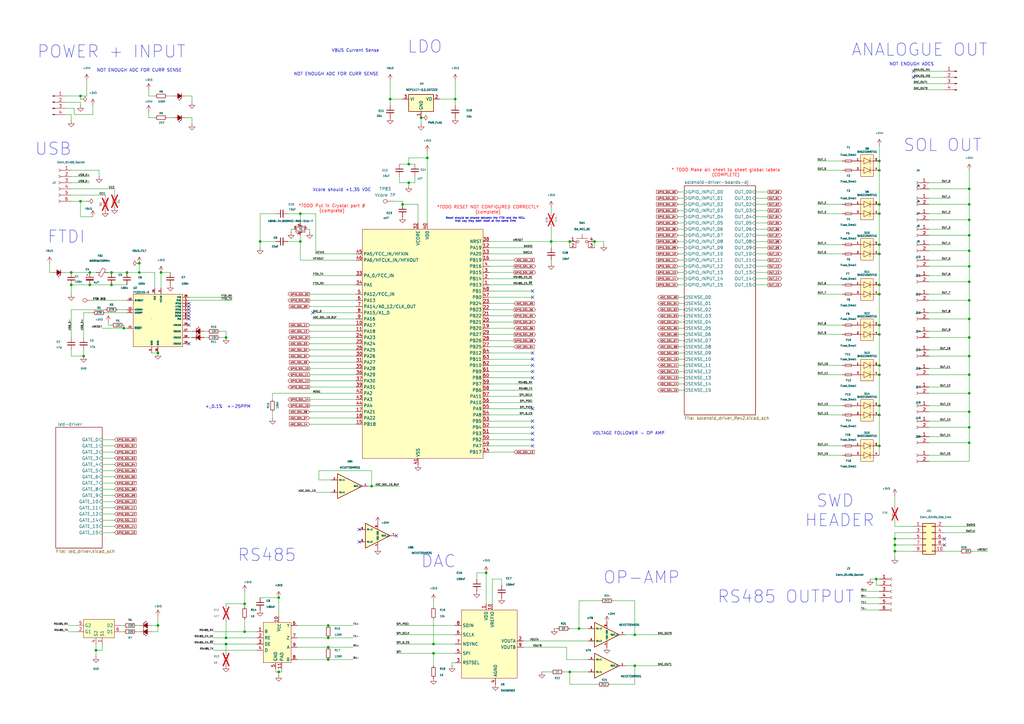
<source format=kicad_sch>
(kicad_sch (version 20250114) (generator "eeschema") (generator_version "9.0")
  (paper "A3")
  (text "POWER + INPUT\n" (at 45.72 21.336 0) (effects (font (size 5 5))))
  (text "+_0.1%  +-25PPM" (at 93.472 166.878 0) (effects (font (size 1.27 1.27))))
  (text "ANALOGUE OUT\n" (at 377.19 20.574 0) (effects (font (size 5 5))))
  (text "Reset should be shared between the FTDI and the MCU,\nthat way they both reset at the same time" (at 199.136 90.17 0) (effects (font (size 0.762 0.762))))
  (text "SOL OUT\n" (at 386.588 59.69 0) (effects (font (size 5 5))))
  (text "* TODO Make all sheet to sheet global labels\n(COMPLETE)" (at 297.688 70.866 0) (effects (font (size 1.27 1.27))))
  (text "NOT ENOUGH ADC FOR CURR SENSE" (at 137.922 30.48 0) (effects (font (size 1.27 1.27))))
  (text "VOLTAGE FOLLOWER - OP AMP" (at 257.81 177.8 0) (effects (font (size 1.27 1.27))))
  (text "*TODO Put in Crystal part #\n(complete)" (at 136.144 85.598 0) (effects (font (size 1.27 1.27))))
  (text "NOT ENOUGH ADC FOR CURR SENSE" (at 57.15 28.956 0) (effects (font (size 1.27 1.27))))
  (text "LDO\n" (at 174.244 19.304 0) (effects (font (size 5 5))))
  (text "FTDI\n" (at 27.178 97.282 0) (effects (font (size 5 5))))
  (text "USB\n" (at 21.844 61.214 0) (effects (font (size 5 5))))
  (text "RS485 OUTPUT\n\n" (at 322.326 248.92 0) (effects (font (size 5 5))))
  (text "SWD \nHEADER\n" (at 344.424 209.55 0) (effects (font (size 5 5))))
  (text "RS485\n" (at 109.474 227.838 0) (effects (font (size 5 5))))
  (text "DAC\n" (at 179.832 230.378 0) (effects (font (size 5 5))))
  (text "OP-AMP\n\n" (at 263.144 241.046 0) (effects (font (size 5 5))))
  (text "VBUS Current Sense" (at 145.796 20.828 0) (effects (font (size 1.27 1.27))))
  (text "Vcore should +1.35 VDC" (at 140.208 77.978 0) (effects (font (size 1.27 1.27))))
  (text "NOT ENOUGH ADCS" (at 373.888 26.416 0) (effects (font (size 1.27 1.27))))
  (text "*TODO RESET NOT CONFIGURED CORRECTLY\n(complete)" (at 200.152 86.106 0) (effects (font (size 1.27 1.27))))
  (junction (at 172.72 48.26))
  (junction (at 29.21 111.76))
  (junction (at 123.19 99.06))
  (junction (at 186.69 40.64))
  (junction (at 50.8 134.62))
  (junction (at 397.51 109.22))
  (junction (at 64.77 144.78))
  (junction (at 243.84 99.06))
  (junction (at 397.51 115.57))
  (junction (at 123.19 87.63))
  (junction (at 57.15 107.95))
  (junction (at 397.51 77.47))
  (junction (at 134.62 261.62))
  (junction (at 360.68 69.85))
  (junction (at 360.68 116.84))
  (junction (at 397.51 90.17))
  (junction (at 177.8 264.16))
  (junction (at 233.68 275.59))
  (junction (at 397.51 83.82))
  (junction (at 397.51 123.19))
  (junction (at 397.51 161.29))
  (junction (at 92.71 261.62))
  (junction (at 52.07 111.76))
  (junction (at 397.51 168.91))
  (junction (at 134.62 256.54))
  (junction (at 360.68 100.33))
  (junction (at 92.71 264.16))
  (junction (at 100.33 247.65))
  (junction (at 199.39 234.95))
  (junction (at 152.4 199.39))
  (junction (at 360.68 66.04))
  (junction (at 92.71 138.43))
  (junction (at 64.77 256.54))
  (junction (at 360.68 83.82))
  (junction (at 177.8 267.97))
  (junction (at 165.1 83.82))
  (junction (at 367.03 220.98))
  (junction (at 226.06 99.06))
  (junction (at 367.03 223.52))
  (junction (at 134.62 265.43))
  (junction (at 360.68 166.37))
  (junction (at 260.35 260.35))
  (junction (at 57.15 111.76))
  (junction (at 39.37 266.7))
  (junction (at 34.29 146.05))
  (junction (at 167.64 74.93))
  (junction (at 114.3 275.59))
  (junction (at 134.62 270.51))
  (junction (at 260.35 273.05))
  (junction (at 160.02 40.64))
  (junction (at 360.68 133.35))
  (junction (at 360.68 149.86))
  (junction (at 397.51 130.81))
  (junction (at 237.49 257.81))
  (junction (at 360.68 182.88))
  (junction (at 45.72 116.84))
  (junction (at 360.68 170.18))
  (junction (at 360.68 137.16))
  (junction (at 36.83 111.76))
  (junction (at 397.51 102.87))
  (junction (at 359.41 237.49))
  (junction (at 360.68 120.65))
  (junction (at 360.68 153.67))
  (junction (at 397.51 175.26))
  (junction (at 397.51 138.43))
  (junction (at 397.51 181.61))
  (junction (at 106.68 99.06))
  (junction (at 397.51 153.67))
  (junction (at 45.72 111.76))
  (junction (at 360.68 87.63))
  (junction (at 175.26 64.77))
  (junction (at 233.68 99.06))
  (junction (at 167.64 67.31))
  (junction (at 360.68 104.14))
  (junction (at 397.51 146.05))
  (junction (at 66.04 111.76))
  (junction (at 29.21 116.84))
  (junction (at 367.03 226.06))
  (junction (at 36.83 116.84))
  (junction (at 397.51 96.52))
  (junction (at 33.02 39.37))
  (junction (at 33.02 82.55))
  (junction (at 114.3 245.11))
  (junction (at 100.33 259.08))
  (no_connect (at 218.44 172.72))
  (no_connect (at 147.32 222.25))
  (no_connect (at 387.35 223.52))
  (no_connect (at 77.47 127))
  (no_connect (at 128.27 128.27))
  (no_connect (at 218.44 152.4))
  (no_connect (at 77.47 129.54))
  (no_connect (at 218.44 144.78))
  (no_connect (at 387.35 220.98))
  (no_connect (at 77.47 130.81))
  (no_connect (at 77.47 140.97))
  (no_connect (at 218.44 167.64))
  (no_connect (at 218.44 121.92))
  (no_connect (at 374.65 31.75))
  (no_connect (at 218.44 175.26))
  (no_connect (at 218.44 177.8))
  (no_connect (at 77.47 124.46))
  (no_connect (at 77.47 125.73))
  (no_connect (at 218.44 149.86))
  (no_connect (at 218.44 119.38))
  (no_connect (at 218.44 182.88))
  (no_connect (at 77.47 128.27))
  (no_connect (at 218.44 180.34))
  (no_connect (at 162.56 219.71))
  (no_connect (at 218.44 147.32))
  (no_connect (at 218.44 154.94))
  (no_connect (at 374.65 29.21))
  (no_connect (at 77.47 133.35))
  (no_connect (at 147.32 217.17))
  (wire (pts (xy 130.81 193.04) (xy 152.4 193.04)))
  (wire (pts (xy 115.57 275.59) (xy 114.3 275.59)))
  (wire (pts (xy 106.68 245.11) (xy 114.3 245.11)))
  (wire (pts (xy 397.51 115.57) (xy 397.51 123.19)))
  (wire (pts (xy 335.28 120.65) (xy 345.44 120.65)))
  (wire (pts (xy 30.48 46.99) (xy 38.1 46.99)))
  (wire (pts (xy 78.74 48.26) (xy 78.74 50.8)))
  (wire (pts (xy 100.33 254) (xy 100.33 259.08)))
  (wire (pts (xy 163.83 74.93) (xy 167.64 74.93)))
  (wire (pts (xy 68.58 48.26) (xy 71.12 48.26)))
  (wire (pts (xy 278.13 147.32) (xy 280.67 147.32)))
  (wire (pts (xy 121.92 270.51) (xy 134.62 270.51)))
  (wire (pts (xy 278.13 152.4) (xy 280.67 152.4)))
  (wire (pts (xy 127 148.59) (xy 146.05 148.59)))
  (wire (pts (xy 278.13 139.7) (xy 280.67 139.7)))
  (wire (pts (xy 360.68 104.14) (xy 360.68 116.84)))
  (wire (pts (xy 237.49 246.38) (xy 246.38 246.38)))
  (wire (pts (xy 359.41 240.03) (xy 359.41 237.49)))
  (wire (pts (xy 114.3 275.59) (xy 114.3 276.86)))
  (wire (pts (xy 374.65 31.75) (xy 387.35 31.75)))
  (wire (pts (xy 233.68 275.59) (xy 233.68 280.67)))
  (wire (pts (xy 177.8 246.38) (xy 177.8 248.92)))
  (wire (pts (xy 200.66 116.84) (xy 218.44 116.84)))
  (wire (pts (xy 29.21 116.84) (xy 29.21 120.65)))
  (wire (pts (xy 397.51 175.26) (xy 397.51 181.61)))
  (wire (pts (xy 381 83.82) (xy 397.51 83.82)))
  (wire (pts (xy 314.96 91.44) (xy 309.88 91.44)))
  (wire (pts (xy 200.66 139.7) (xy 210.82 139.7)))
  (wire (pts (xy 34.29 143.51) (xy 34.29 146.05)))
  (wire (pts (xy 60.96 36.83) (xy 60.96 39.37)))
  (wire (pts (xy 45.72 111.76) (xy 52.07 111.76)))
  (wire (pts (xy 175.26 62.23) (xy 175.26 64.77)))
  (wire (pts (xy 381 130.81) (xy 397.51 130.81)))
  (wire (pts (xy 233.68 275.59) (xy 241.3 275.59)))
  (wire (pts (xy 233.68 257.81) (xy 237.49 257.81)))
  (wire (pts (xy 278.13 132.08) (xy 280.67 132.08)))
  (wire (pts (xy 134.62 256.54) (xy 144.78 256.54)))
  (wire (pts (xy 90.17 135.89) (xy 92.71 135.89)))
  (wire (pts (xy 29.21 46.99) (xy 29.21 49.53)))
  (wire (pts (xy 35.56 33.02) (xy 35.56 39.37)))
  (wire (pts (xy 260.35 273.05) (xy 275.59 273.05)))
  (wire (pts (xy 200.66 101.6) (xy 218.44 101.6)))
  (wire (pts (xy 123.19 99.06) (xy 123.19 106.68)))
  (wire (pts (xy 92.71 254) (xy 92.71 261.62)))
  (wire (pts (xy 353.06 245.11) (xy 360.68 245.11)))
  (wire (pts (xy 27.94 259.08) (xy 31.75 259.08)))
  (wire (pts (xy 314.96 93.98) (xy 309.88 93.98)))
  (wire (pts (xy 167.64 67.31) (xy 170.18 67.31)))
  (wire (pts (xy 46.99 182.88) (xy 41.91 182.88)))
  (wire (pts (xy 20.32 107.95) (xy 20.32 111.76)))
  (wire (pts (xy 278.13 127) (xy 280.67 127)))
  (wire (pts (xy 163.83 67.31) (xy 167.64 67.31)))
  (wire (pts (xy 278.13 160.02) (xy 280.67 160.02)))
  (wire (pts (xy 127 173.99) (xy 146.05 173.99)))
  (wire (pts (xy 381 113.03) (xy 389.89 113.03)))
  (wire (pts (xy 77.47 123.19) (xy 95.25 123.19)))
  (wire (pts (xy 226.06 85.09) (xy 226.06 87.63)))
  (wire (pts (xy 33.02 82.55) (xy 35.56 82.55)))
  (wire (pts (xy 367.03 203.2) (xy 367.03 208.28)))
  (wire (pts (xy 33.02 39.37) (xy 33.02 40.64)))
  (wire (pts (xy 200.66 142.24) (xy 210.82 142.24)))
  (wire (pts (xy 167.64 74.93) (xy 170.18 74.93)))
  (wire (pts (xy 162.56 264.16) (xy 177.8 264.16)))
  (wire (pts (xy 398.78 226.06) (xy 405.13 226.06)))
  (wire (pts (xy 160.02 33.02) (xy 160.02 40.64)))
  (wire (pts (xy 44.45 132.08) (xy 44.45 133.35)))
  (wire (pts (xy 397.51 146.05) (xy 397.51 153.67)))
  (wire (pts (xy 335.28 133.35) (xy 345.44 133.35)))
  (wire (pts (xy 127 166.37) (xy 146.05 166.37)))
  (wire (pts (xy 128.27 130.81) (xy 146.05 130.81)))
  (wire (pts (xy 127 163.83) (xy 146.05 163.83)))
  (wire (pts (xy 135.89 196.85) (xy 130.81 196.85)))
  (wire (pts (xy 335.28 153.67) (xy 345.44 153.67)))
  (wire (pts (xy 167.64 64.77) (xy 167.64 67.31)))
  (wire (pts (xy 360.68 137.16) (xy 360.68 149.86)))
  (wire (pts (xy 335.28 137.16) (xy 345.44 137.16)))
  (wire (pts (xy 381 123.19) (xy 397.51 123.19)))
  (wire (pts (xy 46.99 200.66) (xy 41.91 200.66)))
  (wire (pts (xy 200.66 152.4) (xy 218.44 152.4)))
  (wire (pts (xy 381 175.26) (xy 397.51 175.26)))
  (wire (pts (xy 397.51 69.85) (xy 397.51 77.47)))
  (wire (pts (xy 121.92 261.62) (xy 134.62 261.62)))
  (wire (pts (xy 360.68 166.37) (xy 360.68 170.18)))
  (wire (pts (xy 381 146.05) (xy 397.51 146.05)))
  (wire (pts (xy 186.69 33.02) (xy 186.69 40.64)))
  (wire (pts (xy 314.96 101.6) (xy 309.88 101.6)))
  (wire (pts (xy 278.13 93.98) (xy 280.67 93.98)))
  (wire (pts (xy 335.28 100.33) (xy 345.44 100.33)))
  (wire (pts (xy 127 153.67) (xy 146.05 153.67)))
  (wire (pts (xy 100.33 247.65) (xy 100.33 248.92)))
  (wire (pts (xy 278.13 83.82) (xy 280.67 83.82)))
  (wire (pts (xy 278.13 154.94) (xy 280.67 154.94)))
  (wire (pts (xy 381 143.51) (xy 389.89 143.51)))
  (wire (pts (xy 278.13 114.3) (xy 280.67 114.3)))
  (wire (pts (xy 129.54 104.14) (xy 129.54 87.63)))
  (wire (pts (xy 381 135.89) (xy 389.89 135.89)))
  (wire (pts (xy 175.26 64.77) (xy 175.26 91.44)))
  (wire (pts (xy 55.88 259.08) (xy 57.15 259.08)))
  (wire (pts (xy 381 93.98) (xy 389.89 93.98)))
  (wire (pts (xy 63.5 118.11) (xy 63.5 111.76)))
  (wire (pts (xy 381 81.28) (xy 389.89 81.28)))
  (wire (pts (xy 33.02 41.91) (xy 33.02 43.18)))
  (wire (pts (xy 77.47 135.89) (xy 78.74 135.89)))
  (wire (pts (xy 360.68 69.85) (xy 360.68 83.82)))
  (wire (pts (xy 353.06 250.19) (xy 360.68 250.19)))
  (wire (pts (xy 231.14 275.59) (xy 233.68 275.59)))
  (wire (pts (xy 186.69 40.64) (xy 186.69 43.18)))
  (wire (pts (xy 152.4 193.04) (xy 152.4 199.39)))
  (wire (pts (xy 335.28 104.14) (xy 345.44 104.14)))
  (wire (pts (xy 57.15 107.95) (xy 57.15 111.76)))
  (wire (pts (xy 381 179.07) (xy 389.89 179.07)))
  (wire (pts (xy 250.19 280.67) (xy 260.35 280.67)))
  (wire (pts (xy 46.99 203.2) (xy 41.91 203.2)))
  (wire (pts (xy 127 120.65) (xy 146.05 120.65)))
  (wire (pts (xy 397.51 102.87) (xy 397.51 109.22)))
  (wire (pts (xy 78.74 39.37) (xy 78.74 41.91)))
  (wire (pts (xy 29.21 69.85) (xy 40.64 69.85)))
  (wire (pts (xy 100.33 259.08) (xy 105.41 259.08)))
  (wire (pts (xy 278.13 104.14) (xy 280.67 104.14)))
  (wire (pts (xy 335.28 83.82) (xy 345.44 83.82)))
  (wire (pts (xy 36.83 74.93) (xy 29.21 74.93)))
  (wire (pts (xy 381 189.23) (xy 397.51 189.23)))
  (wire (pts (xy 381 115.57) (xy 397.51 115.57)))
  (wire (pts (xy 50.8 134.62) (xy 52.07 134.62)))
  (wire (pts (xy 200.66 114.3) (xy 218.44 114.3)))
  (wire (pts (xy 177.8 264.16) (xy 186.69 264.16)))
  (wire (pts (xy 127 168.91) (xy 146.05 168.91)))
  (wire (pts (xy 26.67 39.37) (xy 33.02 39.37)))
  (wire (pts (xy 92.71 261.62) (xy 105.41 261.62)))
  (wire (pts (xy 251.46 246.38) (xy 260.35 246.38)))
  (wire (pts (xy 200.66 119.38) (xy 218.44 119.38)))
  (wire (pts (xy 205.74 237.49) (xy 205.74 240.03)))
  (wire (pts (xy 397.51 77.47) (xy 397.51 83.82)))
  (wire (pts (xy 123.19 99.06) (xy 118.11 99.06)))
  (wire (pts (xy 260.35 260.35) (xy 275.59 260.35)))
  (wire (pts (xy 195.58 234.95) (xy 195.58 237.49)))
  (wire (pts (xy 278.13 109.22) (xy 280.67 109.22)))
  (wire (pts (xy 87.63 261.62) (xy 92.71 261.62)))
  (wire (pts (xy 29.21 146.05) (xy 34.29 146.05)))
  (wire (pts (xy 115.57 274.32) (xy 115.57 275.59)))
  (wire (pts (xy 367.03 223.52) (xy 367.03 226.06)))
  (wire (pts (xy 200.66 162.56) (xy 218.44 162.56)))
  (wire (pts (xy 278.13 121.92) (xy 280.67 121.92)))
  (wire (pts (xy 335.28 170.18) (xy 345.44 170.18)))
  (wire (pts (xy 77.47 121.92) (xy 95.25 121.92)))
  (wire (pts (xy 233.68 99.06) (xy 233.68 101.6)))
  (wire (pts (xy 200.66 124.46) (xy 210.82 124.46)))
  (wire (pts (xy 397.51 96.52) (xy 397.51 102.87)))
  (wire (pts (xy 314.96 78.74) (xy 309.88 78.74)))
  (wire (pts (xy 314.96 109.22) (xy 309.88 109.22)))
  (wire (pts (xy 46.99 195.58) (xy 41.91 195.58)))
  (wire (pts (xy 226.06 92.71) (xy 226.06 99.06)))
  (wire (pts (xy 66.04 111.76) (xy 66.04 118.11)))
  (wire (pts (xy 199.39 234.95) (xy 199.39 247.65)))
  (wire (pts (xy 381 186.69) (xy 389.89 186.69)))
  (wire (pts (xy 360.68 100.33) (xy 360.68 104.14)))
  (wire (pts (xy 359.41 237.49) (xy 360.68 237.49)))
  (wire (pts (xy 360.68 133.35) (xy 360.68 137.16)))
  (wire (pts (xy 36.83 116.84) (xy 45.72 116.84)))
  (wire (pts (xy 200.66 157.48) (xy 218.44 157.48)))
  (wire (pts (xy 128.27 128.27) (xy 146.05 128.27)))
  (wire (pts (xy 397.51 83.82) (xy 397.51 90.17)))
  (wire (pts (xy 46.99 198.12) (xy 41.91 198.12)))
  (wire (pts (xy 127 156.21) (xy 146.05 156.21)))
  (wire (pts (xy 36.83 111.76) (xy 39.37 111.76)))
  (wire (pts (xy 125.73 93.98) (xy 127 93.98)))
  (wire (pts (xy 111.76 161.29) (xy 146.05 161.29)))
  (wire (pts (xy 278.13 129.54) (xy 280.67 129.54)))
  (wire (pts (xy 26.67 41.91) (xy 33.02 41.91)))
  (wire (pts (xy 381 168.91) (xy 397.51 168.91)))
  (wire (pts (xy 26.67 111.76) (xy 29.21 111.76)))
  (wire (pts (xy 127 138.43) (xy 146.05 138.43)))
  (wire (pts (xy 381 120.65) (xy 389.89 120.65)))
  (wire (pts (xy 64.77 256.54) (xy 64.77 259.08)))
  (wire (pts (xy 237.49 257.81) (xy 237.49 246.38)))
  (wire (pts (xy 200.66 167.64) (xy 218.44 167.64)))
  (wire (pts (xy 200.66 111.76) (xy 210.82 111.76)))
  (wire (pts (xy 200.66 172.72) (xy 218.44 172.72)))
  (wire (pts (xy 200.66 160.02) (xy 218.44 160.02)))
  (wire (pts (xy 33.02 88.9) (xy 38.1 88.9)))
  (wire (pts (xy 162.56 260.35) (xy 186.69 260.35)))
  (wire (pts (xy 278.13 88.9) (xy 280.67 88.9)))
  (wire (pts (xy 381 96.52) (xy 397.51 96.52)))
  (wire (pts (xy 200.66 99.06) (xy 226.06 99.06)))
  (wire (pts (xy 278.13 134.62) (xy 280.67 134.62)))
  (wire (pts (xy 237.49 257.81) (xy 241.3 257.81)))
  (wire (pts (xy 119.38 95.25) (xy 119.38 93.98)))
  (wire (pts (xy 111.76 168.91) (xy 111.76 171.45)))
  (wire (pts (xy 381 151.13) (xy 389.89 151.13)))
  (wire (pts (xy 127 133.35) (xy 146.05 133.35)))
  (wire (pts (xy 278.13 124.46) (xy 280.67 124.46)))
  (wire (pts (xy 374.65 29.21) (xy 387.35 29.21)))
  (wire (pts (xy 134.62 261.62) (xy 144.78 261.62)))
  (wire (pts (xy 134.62 265.43) (xy 144.78 265.43)))
  (wire (pts (xy 44.45 111.76) (xy 45.72 111.76)))
  (wire (pts (xy 222.25 275.59) (xy 226.06 275.59)))
  (wire (pts (xy 381 128.27) (xy 389.89 128.27)))
  (wire (pts (xy 381 87.63) (xy 389.89 87.63)))
  (wire (pts (xy 335.28 69.85) (xy 345.44 69.85)))
  (wire (pts (xy 335.28 116.84) (xy 345.44 116.84)))
  (wire (pts (xy 200.66 149.86) (xy 218.44 149.86)))
  (wire (pts (xy 381 166.37) (xy 389.89 166.37)))
  (wire (pts (xy 29.21 127) (xy 43.18 127)))
  (wire (pts (xy 278.13 99.06) (xy 280.67 99.06)))
  (wire (pts (xy 200.66 106.68) (xy 210.82 106.68)))
  (wire (pts (xy 360.68 240.03) (xy 359.41 240.03)))
  (wire (pts (xy 111.76 161.29) (xy 111.76 163.83)))
  (wire (pts (xy 381 90.17) (xy 397.51 90.17)))
  (wire (pts (xy 46.99 187.96) (xy 41.91 187.96)))
  (wire (pts (xy 367.03 220.98) (xy 374.65 220.98)))
  (wire (pts (xy 128.27 113.03) (xy 146.05 113.03)))
  (wire (pts (xy 200.66 170.18) (xy 218.44 170.18)))
  (wire (pts (xy 381 138.43) (xy 397.51 138.43)))
  (wire (pts (xy 201.93 237.49) (xy 201.93 247.65)))
  (wire (pts (xy 172.72 50.8) (xy 172.72 48.26)))
  (wire (pts (xy 46.99 185.42) (xy 41.91 185.42)))
  (wire (pts (xy 278.13 86.36) (xy 280.67 86.36)))
  (wire (pts (xy 278.13 137.16) (xy 280.67 137.16)))
  (wire (pts (xy 87.63 266.7) (xy 105.41 266.7)))
  (wire (pts (xy 34.29 128.27) (xy 38.1 128.27)))
  (wire (pts (xy 92.71 248.92) (xy 92.71 247.65)))
  (wire (pts (xy 52.07 111.76) (xy 57.15 111.76)))
  (wire (pts (xy 278.13 101.6) (xy 280.67 101.6)))
  (wire (pts (xy 200.66 104.14) (xy 218.44 104.14)))
  (wire (pts (xy 360.68 153.67) (xy 360.68 166.37)))
  (wire (pts (xy 227.33 257.81) (xy 228.6 257.81)))
  (wire (pts (xy 278.13 142.24) (xy 280.67 142.24)))
  (wire (pts (xy 127 93.98) (xy 127 95.25)))
  (wire (pts (xy 314.96 86.36) (xy 309.88 86.36)))
  (wire (pts (xy 374.65 36.83) (xy 387.35 36.83)))
  (wire (pts (xy 160.02 40.64) (xy 165.1 40.64)))
  (wire (pts (xy 177.8 254) (xy 177.8 264.16)))
  (wire (pts (xy 177.8 267.97) (xy 186.69 267.97)))
  (wire (pts (xy 43.18 128.27) (xy 52.07 128.27)))
  (wire (pts (xy 127 151.13) (xy 146.05 151.13)))
  (wire (pts (xy 121.92 265.43) (xy 134.62 265.43)))
  (wire (pts (xy 201.93 237.49) (xy 205.74 237.49)))
  (wire (pts (xy 200.66 137.16) (xy 210.82 137.16)))
  (wire (pts (xy 381 172.72) (xy 389.89 172.72)))
  (wire (pts (xy 127 143.51) (xy 146.05 143.51)))
  (wire (pts (xy 367.03 223.52) (xy 374.65 223.52)))
  (wire (pts (xy 314.96 96.52) (xy 309.88 96.52)))
  (wire (pts (xy 367.03 226.06) (xy 367.03 228.6)))
  (wire (pts (xy 134.62 270.51) (xy 144.78 270.51)))
  (wire (pts (xy 381 106.68) (xy 389.89 106.68)))
  (wire (pts (xy 356.87 237.49) (xy 359.41 237.49)))
  (wire (pts (xy 360.68 66.04) (xy 360.68 69.85)))
  (wire (pts (xy 62.23 259.08) (xy 64.77 259.08)))
  (wire (pts (xy 200.66 109.22) (xy 210.82 109.22)))
  (wire (pts (xy 360.68 116.84) (xy 360.68 120.65)))
  (wire (pts (xy 29.21 77.47) (xy 46.99 77.47)))
  (wire (pts (xy 167.64 74.93) (xy 167.64 76.2)))
  (wire (pts (xy 36.83 72.39) (xy 29.21 72.39)))
  (wire (pts (xy 278.13 149.86) (xy 280.67 149.86)))
  (wire (pts (xy 335.28 166.37) (xy 345.44 166.37)))
  (wire (pts (xy 39.37 264.16) (xy 39.37 266.7)))
  (wire (pts (xy 29.21 116.84) (xy 36.83 116.84)))
  (wire (pts (xy 161.29 82.55) (xy 165.1 82.55)))
  (wire (pts (xy 127 146.05) (xy 146.05 146.05)))
  (wire (pts (xy 200.66 129.54) (xy 210.82 129.54)))
  (wire (pts (xy 397.51 153.67) (xy 397.51 161.29)))
  (wire (pts (xy 381 74.93) (xy 389.89 74.93)))
  (wire (pts (xy 152.4 199.39) (xy 151.13 199.39)))
  (wire (pts (xy 165.1 82.55) (xy 165.1 83.82)))
  (wire (pts (xy 200.66 182.88) (xy 218.44 182.88)))
  (wire (pts (xy 29.21 82.55) (xy 33.02 82.55)))
  (wire (pts (xy 113.03 87.63) (xy 106.68 87.63)))
  (wire (pts (xy 278.13 144.78) (xy 280.67 144.78)))
  (wire (pts (xy 335.28 149.86) (xy 345.44 149.86)))
  (wire (pts (xy 46.99 213.36) (xy 41.91 213.36)))
  (wire (pts (xy 33.02 39.37) (xy 35.56 39.37)))
  (wire (pts (xy 387.35 218.44) (xy 400.05 218.44)))
  (wire (pts (xy 45.72 116.84) (xy 52.07 116.84)))
  (wire (pts (xy 381 158.75) (xy 389.89 158.75)))
  (wire (pts (xy 92.71 264.16) (xy 92.71 267.97)))
  (wire (pts (xy 314.96 81.28) (xy 309.88 81.28)))
  (wire (pts (xy 367.03 213.36) (xy 367.03 215.9)))
  (wire (pts (xy 214.63 262.89) (xy 241.3 262.89)))
  (wire (pts (xy 397.51 130.81) (xy 397.51 138.43)))
  (wire (pts (xy 278.13 78.74) (xy 280.67 78.74)))
  (wire (pts (xy 278.13 81.28) (xy 280.67 81.28)))
  (wire (pts (xy 123.19 87.63) (xy 118.11 87.63)))
  (wire (pts (xy 29.21 80.01) (xy 43.18 80.01)))
  (wire (pts (xy 360.68 170.18) (xy 360.68 182.88)))
  (wire (pts (xy 278.13 157.48) (xy 280.67 157.48)))
  (wire (pts (xy 38.1 43.18) (xy 38.1 46.99)))
  (wire (pts (xy 21.59 111.76) (xy 20.32 111.76)))
  (wire (pts (xy 50.8 133.35) (xy 50.8 134.62)))
  (wire (pts (xy 314.96 104.14) (xy 309.88 104.14)))
  (wire (pts (xy 314.96 106.68) (xy 309.88 106.68)))
  (wire (pts (xy 63.5 48.26) (xy 60.96 48.26)))
  (wire (pts (xy 26.67 46.99) (xy 29.21 46.99)))
  (wire (pts (xy 180.34 40.64) (xy 186.69 40.64)))
  (wire (pts (xy 26.67 44.45) (xy 30.48 44.45)))
  (wire (pts (xy 397.51 109.22) (xy 397.51 115.57)))
  (wire (pts (xy 314.96 99.06) (xy 309.88 99.06)))
  (wire (pts (xy 367.03 215.9) (xy 374.65 215.9)))
  (wire (pts (xy 76.2 48.26) (xy 78.74 48.26)))
  (wire (pts (xy 200.66 175.26) (xy 218.44 175.26)))
  (wire (pts (xy 314.96 83.82) (xy 309.88 83.82)))
  (wire (pts (xy 77.47 138.43) (xy 78.74 138.43)))
  (wire (pts (xy 46.99 215.9) (xy 41.91 215.9)))
  (wire (pts (xy 129.54 104.14) (xy 146.05 104.14)))
  (wire (pts (xy 106.68 99.06) (xy 106.68 101.6)))
  (wire (pts (xy 278.13 106.68) (xy 280.67 106.68)))
  (wire (pts (xy 162.56 267.97) (xy 177.8 267.97)))
  (wire (pts (xy 163.83 72.39) (xy 163.83 74.93)))
  (wire (pts (xy 49.53 259.08) (xy 50.8 259.08)))
  (wire (pts (xy 100.33 242.57) (xy 100.33 247.65)))
  (wire (pts (xy 200.66 121.92) (xy 218.44 121.92)))
  (wire (pts (xy 360.68 87.63) (xy 360.68 100.33)))
  (wire (pts (xy 335.28 87.63) (xy 345.44 87.63)))
  (wire (pts (xy 90.17 138.43) (xy 92.71 138.43)))
  (wire (pts (xy 68.58 39.37) (xy 71.12 39.37)))
  (wire (pts (xy 381 153.67) (xy 397.51 153.67)))
  (wire (pts (xy 199.39 234.95) (xy 195.58 234.95)))
  (wire (pts (xy 232.41 265.43) (xy 232.41 270.51)))
  (wire (pts (xy 278.13 91.44) (xy 280.67 91.44)))
  (wire (pts (xy 397.51 123.19) (xy 397.51 130.81)))
  (wire (pts (xy 247.65 100.33) (xy 247.65 99.06)))
  (wire (pts (xy 92.71 247.65) (xy 100.33 247.65)))
  (wire (pts (xy 64.77 252.73) (xy 64.77 256.54)))
  (wire (pts (xy 335.28 186.69) (xy 345.44 186.69)))
  (wire (pts (xy 48.26 127) (xy 52.07 127)))
  (wire (pts (xy 46.99 190.5) (xy 41.91 190.5)))
  (wire (pts (xy 49.53 256.54) (xy 50.8 256.54)))
  (wire (pts (xy 397.51 138.43) (xy 397.51 146.05)))
  (wire (pts (xy 200.66 127) (xy 210.82 127)))
  (wire (pts (xy 123.19 87.63) (xy 123.19 91.44)))
  (wire (pts (xy 233.68 280.67) (xy 245.11 280.67)))
  (wire (pts (xy 200.66 134.62) (xy 210.82 134.62)))
  (wire (pts (xy 38.1 123.19) (xy 52.07 123.19)))
  (wire (pts (xy 353.06 242.57) (xy 360.68 242.57)))
  (wire (pts (xy 367.03 220.98) (xy 367.03 223.52)))
  (wire (pts (xy 83.82 138.43) (xy 85.09 138.43)))
  (wire (pts (xy 374.65 34.29) (xy 387.35 34.29)))
  (wire (pts (xy 367.03 226.06) (xy 374.65 226.06)))
  (wire (pts (xy 127 123.19) (xy 146.05 123.19)))
  (wire (pts (xy 123.19 106.68) (xy 146.05 106.68)))
  (wire (pts (xy 170.18 72.39) (xy 170.18 74.93)))
  (wire (pts (xy 200.66 177.8) (xy 218.44 177.8)))
  (wire (pts (xy 200.66 144.78) (xy 218.44 144.78)))
  (wire (pts (xy 119.38 93.98) (xy 120.65 93.98)))
  (wire (pts (xy 27.94 256.54) (xy 31.75 256.54)))
  (wire (pts (xy 200.66 132.08) (xy 210.82 132.08)))
  (wire (pts (xy 232.41 270.51) (xy 241.3 270.51)))
  (wire (pts (xy 87.63 264.16) (xy 92.71 264.16)))
  (wire (pts (xy 113.03 275.59) (xy 114.3 275.59)))
  (wire (pts (xy 381 109.22) (xy 397.51 109.22)))
  (wire (pts (xy 278.13 116.84) (xy 280.67 116.84)))
  (wire (pts (xy 34.29 128.27) (xy 34.29 138.43)))
  (wire (pts (xy 256.54 273.05) (xy 260.35 273.05)))
  (wire (pts (xy 185.42 271.78) (xy 186.69 271.78)))
  (wire (pts (xy 45.72 133.35) (xy 44.45 133.35)))
  (wire (pts (xy 46.99 218.44) (xy 41.91 218.44)))
  (wire (pts (xy 129.54 87.63) (xy 123.19 87.63)))
  (wire (pts (xy 46.99 77.47) (xy 46.99 80.01)))
  (wire (pts (xy 256.54 260.35) (xy 260.35 260.35)))
  (wire (pts (xy 214.63 265.43) (xy 232.41 265.43)))
  (wire (pts (xy 247.65 99.06) (xy 243.84 99.06)))
  (wire (pts (xy 41.91 264.16) (xy 41.91 266.7)))
  (wire (pts (xy 171.45 91.44) (xy 171.45 83.82)))
  (wire (pts (xy 105.41 264.16) (xy 92.71 264.16)))
  (wire (pts (xy 123.19 96.52) (xy 123.19 99.06)))
  (wire (pts (xy 43.18 80.01) (xy 43.18 81.28)))
  (wire (pts (xy 314.96 116.84) (xy 309.88 116.84)))
  (wire (pts (xy 46.99 208.28) (xy 41.91 208.28)))
  (wire (pts (xy 226.06 99.06) (xy 233.68 99.06)))
  (wire (pts (xy 226.06 106.68) (xy 226.06 107.95)))
  (wire (pts (xy 200.66 165.1) (xy 218.44 165.1)))
  (wire (pts (xy 46.99 205.74) (xy 41.91 205.74)))
  (wire (pts (xy 152.4 199.39) (xy 163.83 199.39)))
  (wire (pts (xy 314.96 111.76) (xy 309.88 111.76)))
  (wire (pts (xy 314.96 88.9) (xy 309.88 88.9)))
  (wire (pts (xy 60.96 45.72) (xy 60.96 48.26)))
  (wire (pts (xy 87.63 259.08) (xy 100.33 259.08)))
  (wire (pts (xy 92.71 135.89) (xy 92.71 138.43)))
  (wire (pts (xy 46.99 193.04) (xy 41.91 193.04)))
  (wire (pts (xy 57.15 111.76) (xy 63.5 111.76)))
  (wire (pts (xy 29.21 111.76) (xy 36.83 111.76)))
  (wire (pts (xy 106.68 99.06) (xy 113.03 99.06)))
  (wire (pts (xy 397.51 90.17) (xy 397.51 96.52)))
  (wire (pts (xy 29.21 143.51) (xy 29.21 146.05)))
  (wire (pts (xy 381 161.29) (xy 397.51 161.29)))
  (wire (pts (xy 127 135.89) (xy 146.05 135.89)))
  (wire (pts (xy 114.3 245.11) (xy 114.3 252.73)))
  (wire (pts (xy 367.03 218.44) (xy 374.65 218.44)))
  (wire (pts (xy 30.48 44.45) (xy 30.48 46.99)))
  (wire (pts (xy 200.66 147.32) (xy 218.44 147.32)))
  (wire (pts (xy 162.56 256.54) (xy 186.69 256.54)))
  (wire (pts (xy 185.42 273.05) (xy 185.42 271.78)))
  (wire (pts (xy 360.68 59.69) (xy 360.68 66.04)))
  (wire (pts (xy 367.03 218.44) (xy 367.03 220.98)))
  (wire (pts (xy 177.8 273.05) (xy 177.8 267.97)))
  (wire (pts (xy 128.27 116.84) (xy 146.05 116.84)))
  (wire (pts (xy 397.51 161.29) (xy 397.51 168.91)))
  (wire (pts (xy 40.64 69.85) (xy 40.64 72.39)))
  (wire (pts (xy 397.51 181.61) (xy 397.51 189.23)))
  (wire (pts (xy 360.68 182.88) (xy 360.68 186.69)))
  (wire (pts (xy 62.23 144.78) (xy 64.77 144.78)))
  (wire (pts (xy 83.82 135.89) (xy 85.09 135.89)))
  (wire (pts (xy 63.5 39.37) (xy 60.96 39.37)))
  (wire (pts (xy 243.84 99.06) (xy 243.84 101.6)))
  (wire (pts (xy 129.54 201.93) (xy 135.89 201.93)))
  (wire (pts (xy 29.21 127) (xy 29.21 138.43)))
  (wire (pts (xy 113.03 274.32) (xy 113.03 275.59)))
  (wire (pts (xy 41.91 266.7) (xy 39.37 266.7)))
  (wire (pts (xy 387.35 215.9) (xy 400.05 215.9)))
  (wire (pts (xy 200.66 154.94) (xy 218.44 154.94)))
  (wire (pts (xy 66.04 111.76) (xy 69.85 111.76)))
  (wire (pts (xy 121.92 256.54) (xy 134.62 256.54)))
  (wire (pts (xy 127 158.75) (xy 146.05 158.75)))
  (wire (pts (xy 314.96 114.3) (xy 309.88 114.3)))
  (wire (pts (xy 130.81 196.85) (xy 130.81 193.04)))
  (wire (pts (xy 33.02 82.55) (xy 33.02 88.9)))
  (wire (pts (xy 360.68 149.86) (xy 360.68 153.67)))
  (wire (pts (xy 353.06 247.65) (xy 360.68 247.65)))
  (wire (pts (xy 260.35 246.38) (xy 260.35 260.35)))
  (wire (pts (xy 160.02 43.18) (xy 160.02 40.64)))
  (wire (pts (xy 381 100.33) (xy 389.89 100.33)))
  (wire (pts (xy 127 171.45) (xy 146.05 171.45)))
  (wire (pts (xy 335.28 182.88) (xy 345.44 182.88)))
  (wire (pts (xy 76.2 39.37) (xy 78.74 39.37)))
  (wire (pts (xy 165.1 83.82) (xy 171.45 83.82)))
  (wire (pts (xy 46.99 210.82) (xy 41.91 210.82)))
  (wire (pts (xy 175.26 64.77) (xy 167.64 64.77)))
  (wire (pts (xy 260.35 273.05) (xy 260.35 280.67)))
  (wire (pts (xy 200.66 180.34) (xy 218.44 180.34)))
  (wire (pts (xy 387.35 226.06) (xy 393.7 226.06)))
  (wire (pts (xy 278.13 96.52) (xy 280.67 96.52)))
  (wire (pts (xy 62.23 256.54) (xy 64.77 256.54)))
  (wire (pts (xy 200.66 185.42) (xy 210.82 185.42)))
  (wire (pts (xy 106.68 87.63) (xy 106.68 99.06)))
  (wire (pts (xy 381 77.47) (xy 397.51 77.47)))
  (wire (pts (xy 360.68 120.65) (xy 360.68 133.35)))
  (wire (pts (xy 360.68 83.82) (xy 360.68 87.63)))
  (wire (pts (xy 127 125.73) (xy 146.05 125.73)))
  (wire (pts (xy 335.28 66.04) (xy 345.44 66.04)))
  (wire (pts (xy 46.99 180.34) (xy 41.91 180.34)))
  (wire (pts (xy 41.91 134.62) (xy 50.8 134.62)))
  (wire (pts (xy 55.88 256.54) (xy 57.15 256.54)))
  (wire (pts (xy 397.51 168.91) (xy 397.51 175.26)))
  (wire (pts (xy 226.06 99.06) (xy 226.06 101.6)))
  (wire (pts (xy 381 102.87) (xy 397.51 102.87)))
  (wire (pts (xy 39.37 266.7) (xy 39.37 269.24)))
  (wire (pts (xy 381 181.61) (xy 397.51 181.61)))
  (wire (pts (xy 278.13 111.76) (xy 280.67 111.76)))
  (wire (pts (xy 127 140.97) (xy 146.05 140.97)))
  (label "OUT_12" (at 335.28 166.37 0) (effects (font (size 0.762 0.762))))
  (label "ADC_SOL_10_BUF" (at 128.27 130.81 0) (effects (font (size 0.762 0.762))))
  (label "SPI_SCLK" (at 218.44 162.56 180) (effects (font (size 0.762 0.762))))
  (label "OUT_3" (at 335.28 87.63 0) (effects (font (size 0.762 0.762))))
  (label "SPI" (at 162.56 267.97 0) (effects (font (size 0.762 0.762))))
  (label "ROSC" (at 128.27 161.29 0) (effects (font (size 0.762 0.762))))
  (label "DAC_OUT0" (at 275.59 260.35 180) (effects (font (size 0.762 0.762))))
  (label "SPI_PICO" (at 218.44 167.64 180) (effects (font (size 0.762 0.762))))
  (label "OUT_4" (at 389.89 100.33 180) (effects (font (size 0.762 0.762))))
  (label "OUT_0" (at 335.28 69.85 0) (effects (font (size 0.762 0.762))))
  (label "OUT_7" (at 389.89 120.65 180) (effects (font (size 0.762 0.762))))
  (label "OUT_0" (at 389.89 74.93 180) (effects (font (size 0.762 0.762))))
  (label "TX-" (at 144.78 261.62 0) (effects (font (size 0.762 0.762))))
  (label "OUT_6" (at 389.89 113.03 180) (effects (font (size 0.762 0.762))))
  (label "OUT_12" (at 389.89 158.75 180) (effects (font (size 0.762 0.762))))
  (label "RS485_EN_~{RE}" (at 87.63 264.16 180) (effects (font (size 0.762 0.762))))
  (label "DAC_0" (at 128.27 128.27 0) (effects (font (size 0.762 0.762))))
  (label "ADC_SOL_10_BUF" (at 163.83 199.39 180) (effects (font (size 0.762 0.762))))
  (label "OUT_13" (at 389.89 172.72 180) (effects (font (size 0.762 0.762))))
  (label "RS485_RX" (at 87.63 259.08 180) (effects (font (size 0.762 0.762))))
  (label "OUT_13" (at 335.28 170.18 0) (effects (font (size 0.762 0.762))))
  (label "OUT_9" (at 389.89 135.89 180) (effects (font (size 0.762 0.762))))
  (label "nRESET" (at 41.91 134.62 180) (effects (font (size 0.762 0.762))))
  (label "FTDI 3V3" (at 38.1 123.19 0) (effects (font (size 0.762 0.762))))
  (label "RS485_EN_DE" (at 87.63 261.62 180) (effects (font (size 0.762 0.762))))
  (label "OUT_5" (at 389.89 106.68 180) (effects (font (size 0.762 0.762))))
  (label "RX-" (at 144.78 270.51 0) (effects (font (size 0.762 0.762))))
  (label "SPI_POCI" (at 162.56 256.54 0) (effects (font (size 0.762 0.762))))
  (label "RX+" (at 144.78 265.43 0) (effects (font (size 0.762 0.762))))
  (label "OUT_14" (at 389.89 179.07 180) (effects (font (size 0.762 0.762))))
  (label "OUT_10" (at 389.89 143.51 180) (effects (font (size 0.762 0.762))))
  (label "DAC_OUT1" (at 374.65 34.29 0) (effects (font (size 0.762 0.762))))
  (label "TX-" (at 353.06 250.19 0) (effects (font (size 0.762 0.762))))
  (label "OUT_2" (at 389.89 87.63 180) (effects (font (size 0.762 0.762))))
  (label "FTDI 3V3" (at 38.1 123.19 0) (effects (font (size 0.762 0.762))))
  (label "OUT_5" (at 335.28 104.14 0) (effects (font (size 0.762 0.762))))
  (label "OUT_7" (at 335.28 120.65 0) (effects (font (size 0.762 0.762))))
  (label "OUT_10" (at 335.28 149.86 0) (effects (font (size 0.762 0.762))))
  (label "DAC_OUT0" (at 374.65 36.83 0) (effects (font (size 0.762 0.762))))
  (label "RX+" (at 353.06 242.57 0) (effects (font (size 0.762 0.762))))
  (label "OUT_15" (at 335.28 186.69 0) (effects (font (size 0.762 0.762))))
  (label "nRESET" (at 214.63 99.06 180) (effects (font (size 0.762 0.762))))
  (label "RS485_TX" (at 87.63 266.7 180) (effects (font (size 0.762 0.762))))
  (label "nRESET" (at 405.13 226.06 180) (effects (font (size 0.762 0.762))))
  (label "FTDI_RX" (at 95.25 121.92 180) (effects (font (size 0.762 0.762))))
  (label "SPI_POCI" (at 218.44 165.1 180) (effects (font (size 0.762 0.762))))
  (label "HFXOUT" (at 128.27 106.68 0) (effects (font (size 0.762 0.762))))
  (label "SWCLK" (at 400.05 218.44 180) (effects (font (size 0.762 0.762))))
  (label "OUT_4" (at 335.28 100.33 0) (effects (font (size 0.762 0.762))))
  (label "FTDI_TX" (at 128.27 113.03 0) (effects (font (size 0.762 0.762))))
  (label "OUT_14" (at 335.28 182.88 0) (effects (font (size 0.762 0.762))))
  (label "USB_D+" (at 36.83 72.39 180) (effects (font (size 0.762 0.762))))
  (label "CC1" (at 43.18 80.01 180) (effects (font (size 0.762 0.762))))
  (label "HFXIN" (at 129.54 104.14 0) (effects (font (size 0.762 0.762))))
  (label "FTDI_TX" (at 95.25 123.19 180) (effects (font (size 0.762 0.762))))
  (label "SPI_0_CS" (at 218.44 170.18 180) (effects (font (size 0.762 0.762))))
  (label "OUT_1" (at 335.28 66.04 0) (effects (font (size 0.762 0.762))))
  (label "ANALOG_IN0" (at 374.65 31.75 0) (effects (font (size 0.762 0.762))))
  (label "OUT_9" (at 335.28 137.16 0) (effects (font (size 0.762 0.762))))
  (label "DAC_OUT1" (at 275.59 273.05 180) (effects (font (size 0.762 0.762))))
  (label "OUT_8" (at 335.28 133.35 0) (effects (font (size 0.762 0.762))))
  (label "OUT_11" (at 389.89 151.13 180) (effects (font (size 0.762 0.762))))
  (label "RS485_RX" (at 27.94 256.54 180) (effects (font (size 0.762 0.762))))
  (label "SPI_SCLK" (at 162.56 260.35 0) (effects (font (size 0.762 0.762))))
  (label "SWDIO" (at 400.05 215.9 180) (effects (font (size 0.762 0.762))))
  (label "OUT_13" (at 389.89 166.37 180) (effects (font (size 0.762 0.762))))
  (label "RS485_EN_DE" (at 218.44 114.3 180) (effects (font (size 0.762 0.762))))
  (label "RS485_RX" (at 218.44 157.48 180) (effects (font (size 0.762 0.762))))
  (label "CC2" (at 46.99 77.47 180) (effects (font (size 0.762 0.762))))
  (label "OUT_8" (at 389.89 128.27 180) (effects (font (size 0.762 0.762))))
  (label "RS485_EN_~{RE}" (at 218.44 116.84 180) (effects (font (size 0.762 0.762))))
  (label "SWDIO" (at 218.44 101.6 180) (effects (font (size 0.762 0.762))))
  (label "TX+" (at 353.06 247.65 0) (effects (font (size 0.762 0.762))))
  (label "OUT_1" (at 389.89 81.28 180) (effects (font (size 0.762 0.762))))
  (label "RS485_TX" (at 218.44 160.02 180) (effects (font (size 0.762 0.762))))
  (label "SWCLK" (at 218.44 104.14 180) (effects (font (size 0.762 0.762))))
  (label "USB_D-" (at 29.21 130.81 270) (effects (font (size 0.762 0.762))))
  (label "RX-" (at 353.06 245.11 0) (effects (font (size 0.762 0.762))))
  (label "VOUTB" (at 222.25 265.43 180) (effects (font (size 0.762 0.762))))
  (label "ADC_SOL_10" (at 129.54 201.93 180) (effects (font (size 0.762 0.762))))
  (label "TX+" (at 144.78 256.54 0) (effects (font (size 0.762 0.762))))
  (label "SPI_0_CS" (at 162.56 264.16 0) (effects (font (size 0.762 0.762))))
  (label "USB_D-" (at 36.83 74.93 180) (effects (font (size 0.762 0.762))))
  (label "RS485_TX" (at 27.94 259.08 180) (effects (font (size 0.762 0.762))))
  (label "VOUTA" (at 220.98 262.89 180) (effects (font (size 0.762 0.762))))
  (label "OUT_3" (at 389.89 93.98 180) (effects (font (size 0.762 0.762))))
  (label "FTDI_RX" (at 128.27 116.84 0) (effects (font (size 0.762 0.762))))
  (label "USB_D+" (at 34.29 130.81 270) (effects (font (size 0.762 0.762))))
  (label "OUT_6" (at 335.28 116.84 0) (effects (font (size 0.762 0.762))))
  (label "OUT_15" (at 389.89 186.69 180) (effects (font (size 0.762 0.762))))
  (label "ANALOG_IN1" (at 374.65 29.21 0) (effects (font (size 0.762 0.762))))
  (label "OUT_11" (at 335.28 153.67 0) (effects (font (size 0.762 0.762))))
  (label "OUT_2" (at 335.28 83.82 0) (effects (font (size 0.762 0.762))))
  (global_label "GPIO_SOL_02" (shape input) (at 46.99 185.42 0) (effects (font (size 0.762 0.762))) (property "Intersheetrefs" "${INTERSHEET_REFS}" (effects (hide yes))))
  (global_label "OUT_03" (shape output) (at 314.96 86.36 0) (effects (font (size 0.762 0.762))) (property "Intersheetrefs" "${INTERSHEET_REFS}" (effects (hide yes))))
  (global_label "GPIO_SOL_02" (shape input) (at 278.13 83.82 180) (effects (font (size 0.762 0.762))) (property "Intersheetrefs" "${INTERSHEET_REFS}" (effects (hide yes))))
  (global_label "ADC_SOL_02" (shape output) (at 278.13 127 180) (effects (font (size 0.762 0.762))) (property "Intersheetrefs" "${INTERSHEET_REFS}" (effects (hide yes))))
  (global_label "GPIO_SOL_14" (shape input) (at 46.99 215.9 0) (effects (font (size 0.762 0.762))) (property "Intersheetrefs" "${INTERSHEET_REFS}" (effects (hide yes))))
  (global_label "ADC_SOL_07" (shape input) (at 127 171.45 180) (effects (font (size 0.762 0.762))) (property "Intersheetrefs" "${INTERSHEET_REFS}" (effects (hide yes))))
  (global_label "GPIO_SOL_13" (shape input) (at 278.13 111.76 180) (effects (font (size 0.762 0.762))) (property "Intersheetrefs" "${INTERSHEET_REFS}" (effects (hide yes))))
  (global_label "GPIO_SOL_00" (shape input) (at 46.99 180.34 0) (effects (font (size 0.762 0.762))) (property "Intersheetrefs" "${INTERSHEET_REFS}" (effects (hide yes))))
  (global_label "ADC_SOL_04" (shape input) (at 210.82 142.24 0) (effects (font (size 0.762 0.762))) (property "Intersheetrefs" "${INTERSHEET_REFS}" (effects (hide yes))))
  (global_label "GPIO_SOL_10" (shape output) (at 127 151.13 180) (effects (font (size 0.762 0.762))) (property "Intersheetrefs" "${INTERSHEET_REFS}" (effects (hide yes))))
  (global_label "ADC_SOL_13" (shape output) (at 278.13 154.94 180) (effects (font (size 0.762 0.762))) (property "Intersheetrefs" "${INTERSHEET_REFS}" (effects (hide yes))))
  (global_label "OUT_14" (shape output) (at 314.96 114.3 0) (effects (font (size 0.762 0.762))) (property "Intersheetrefs" "${INTERSHEET_REFS}" (effects (hide yes))))
  (global_label "ADC_SOL_03" (shape output) (at 278.13 129.54 180) (effects (font (size 0.762 0.762))) (property "Intersheetrefs" "${INTERSHEET_REFS}" (effects (hide yes))))
  (global_label "GPIO_SOL_06" (shape output) (at 210.82 127 0) (effects (font (size 0.762 0.762))) (property "Intersheetrefs" "${INTERSHEET_REFS}" (effects (hide yes))))
  (global_label "OUT_00" (shape output) (at 314.96 78.74 0) (effects (font (size 0.762 0.762))) (property "Intersheetrefs" "${INTERSHEET_REFS}" (effects (hide yes))))
  (global_label "GPIO_SOL_15" (shape input) (at 46.99 218.44 0) (effects (font (size 0.762 0.762))) (property "Intersheetrefs" "${INTERSHEET_REFS}" (effects (hide yes))))
  (global_label "GPIO_SOL_09" (shape input) (at 278.13 101.6 180) (effects (font (size 0.762 0.762))) (property "Intersheetrefs" "${INTERSHEET_REFS}" (effects (hide yes))))
  (global_label "GPIO_SOL_07" (shape input) (at 278.13 96.52 180) (effects (font (size 0.762 0.762))) (property "Intersheetrefs" "${INTERSHEET_REFS}" (effects (hide yes))))
  (global_label "GPIO_SOL_06" (shape input) (at 46.99 195.58 0) (effects (font (size 0.762 0.762))) (property "Intersheetrefs" "${INTERSHEET_REFS}" (effects (hide yes))))
  (global_label "GPIO_SOL_12" (shape output) (at 127 156.21 180) (effects (font (size 0.762 0.762))) (property "Intersheetrefs" "${INTERSHEET_REFS}" (effects (hide yes))))
  (global_label "GPIO_SOL_01" (shape input) (at 46.99 182.88 0) (effects (font (size 0.762 0.762))) (property "Intersheetrefs" "${INTERSHEET_REFS}" (effects (hide yes))))
  (global_label "GPIO_SOL_10" (shape input) (at 46.99 205.74 0) (effects (font (size 0.762 0.762))) (property "Intersheetrefs" "${INTERSHEET_REFS}" (effects (hide yes))))
  (global_label "OUT_13" (shape output) (at 314.96 111.76 0) (effects (font (size 0.762 0.762))) (property "Intersheetrefs" "${INTERSHEET_REFS}" (effects (hide yes))))
  (global_label "ADC_SOL_05" (shape output) (at 278.13 134.62 180) (effects (font (size 0.762 0.762))) (property "Intersheetrefs" "${INTERSHEET_REFS}" (effects (hide yes))))
  (global_label "ADC_SOL_01" (shape output) (at 278.13 124.46 180) (effects (font (size 0.762 0.762))) (property "Intersheetrefs" "${INTERSHEET_REFS}" (effects (hide yes))))
  (global_label "GPIO_SOL_04" (shape input) (at 278.13 88.9 180) (effects (font (size 0.762 0.762))) (property "Intersheetrefs" "${INTERSHEET_REFS}" (effects (hide yes))))
  (global_label "GPIO_SOL_10" (shape input) (at 278.13 104.14 180) (effects (font (size 0.762 0.762))) (property "Intersheetrefs" "${INTERSHEET_REFS}" (effects (hide yes))))
  (global_label "OUT_05" (shape output) (at 314.96 91.44 0) (effects (font (size 0.762 0.762))) (property "Intersheetrefs" "${INTERSHEET_REFS}" (effects (hide yes))))
  (global_label "GPIO_SOL_11" (shape output) (at 127 153.67 180) (effects (font (size 0.762 0.762))) (property "Intersheetrefs" "${INTERSHEET_REFS}" (effects (hide yes))))
  (global_label "ADC_SOL_11" (shape input) (at 127 133.35 180) (effects (font (size 0.762 0.762))) (property "Intersheetrefs" "${INTERSHEET_REFS}" (effects (hide yes))))
  (global_label "GPIO_SOL_08" (shape input) (at 46.99 200.66 0) (effects (font (size 0.762 0.762))) (property "Intersheetrefs" "${INTERSHEET_REFS}" (effects (hide yes))))
  (global_label "ADC_SOL_12" (shape output) (at 278.13 152.4 180) (effects (font (size 0.762 0.762))) (property "Intersheetrefs" "${INTERSHEET_REFS}" (effects (hide yes))))
  (global_label "OUT_10" (shape output) (at 314.96 104.14 0) (effects (font (size 0.762 0.762))) (property "Intersheetrefs" "${INTERSHEET_REFS}" (effects (hide yes))))
  (global_label "ADC_SOL_14" (shape output) (at 278.13 157.48 180) (effects (font (size 0.762 0.762))) (property "Intersheetrefs" "${INTERSHEET_REFS}" (effects (hide yes))))
  (global_label "OUT_11" (shape output) (at 314.96 106.68 0) (effects (font (size 0.762 0.762))) (property "Intersheetrefs" "${INTERSHEET_REFS}" (effects (hide yes))))
  (global_label "GPIO_SOL_03" (shape output) (at 127 123.19 180) (effects (font (size 0.762 0.762))) (property "Intersheetrefs" "${INTERSHEET_REFS}" (effects (hide yes))))
  (global_label "GPIO_SOL_12" (shape input) (at 46.99 210.82 0) (effects (font (size 0.762 0.762))) (property "Intersheetrefs" "${INTERSHEET_REFS}" (effects (hide yes))))
  (global_label "ADC_SOL_07" (shape output) (at 278.13 139.7 180) (effects (font (size 0.762 0.762))) (property "Intersheetrefs" "${INTERSHEET_REFS}" (effects (hide yes))))
  (global_label "ADC_SOL_15" (shape input) (at 210.82 106.68 0) (effects (font (size 0.762 0.762))) (property "Intersheetrefs" "${INTERSHEET_REFS}" (effects (hide yes))))
  (global_label "ADC_SOL_08" (shape input) (at 127 168.91 180) (effects (font (size 0.762 0.762))) (property "Intersheetrefs" "${INTERSHEET_REFS}" (effects (hide yes))))
  (global_label "GPIO_SOL_01" (shape output) (at 210.82 109.22 0) (effects (font (size 0.762 0.762))) (property "Intersheetrefs" "${INTERSHEET_REFS}" (effects (hide yes))))
  (global_label "GPIO_SOL_12" (shape input) (at 278.13 109.22 180) (effects (font (size 0.762 0.762))) (property "Intersheetrefs" "${INTERSHEET_REFS}" (effects (hide yes))))
  (global_label "GPIO_SOL_01" (shape input) (at 278.13 81.28 180) (effects (font (size 0.762 0.762))) (property "Intersheetrefs" "${INTERSHEET_REFS}" (effects (hide yes))))
  (global_label "ADC_SOL_11" (shape output) (at 278.13 149.86 180) (effects (font (size 0.762 0.762))) (property "Intersheetrefs" "${INTERSHEET_REFS}" (effects (hide yes))))
  (global_label "GPIO_SOL_08" (shape output) (at 210.82 139.7 0) (effects (font (size 0.762 0.762))) (property "Intersheetrefs" "${INTERSHEET_REFS}" (effects (hide yes))))
  (global_label "GPIO_SOL_00" (shape output) (at 210.82 111.76 0) (effects (font (size 0.762 0.762))) (property "Intersheetrefs" "${INTERSHEET_REFS}" (effects (hide yes))))
  (global_label "ADC_SOL_13" (shape input) (at 210.82 185.42 0) (effects (font (size 0.762 0.762))) (property "Intersheetrefs" "${INTERSHEET_REFS}" (effects (hide yes))))
  (global_label "ADC_SOL_06" (shape input) (at 210.82 134.62 0) (effects (font (size 0.762 0.762))) (property "Intersheetrefs" "${INTERSHEET_REFS}" (effects (hide yes))))
  (global_label "ADC_SOL_03" (shape input) (at 127 140.97 180) (effects (font (size 0.762 0.762))) (property "Intersheetrefs" "${INTERSHEET_REFS}" (effects (hide yes))))
  (global_label "ADC_SOL_05" (shape input) (at 210.82 124.46 0) (effects (font (size 0.762 0.762))) (property "Intersheetrefs" "${INTERSHEET_REFS}" (effects (hide yes))))
  (global_label "GPIO_SOL_15" (shape output) (at 127 166.37 180) (effects (font (size 0.762 0.762))) (property "Intersheetrefs" "${INTERSHEET_REFS}" (effects (hide yes))))
  (global_label "GPIO_SOL_05" (shape output) (at 210.82 129.54 0) (effects (font (size 0.762 0.762))) (property "Intersheetrefs" "${INTERSHEET_REFS}" (effects (hide yes))))
  (global_label "ADC_SOL_08" (shape output) (at 278.13 142.24 180) (effects (font (size 0.762 0.762))) (property "Intersheetrefs" "${INTERSHEET_REFS}" (effects (hide yes))))
  (global_label "GPIO_SOL_00" (shape input) (at 278.13 78.74 180) (effects (font (size 0.762 0.762))) (property "Intersheetrefs" "${INTERSHEET_REFS}" (effects (hide yes))))
  (global_label "GPIO_SOL_05" (shape input) (at 278.13 91.44 180) (effects (font (size 0.762 0.762))) (property "Intersheetrefs" "${INTERSHEET_REFS}" (effects (hide yes))))
  (global_label "OUT_01" (shape output) (at 314.96 81.28 0) (effects (font (size 0.762 0.762))) (property "Intersheetrefs" "${INTERSHEET_REFS}" (effects (hide yes))))
  (global_label "GPIO_SOL_09" (shape input) (at 46.99 203.2 0) (effects (font (size 0.762 0.762))) (property "Intersheetrefs" "${INTERSHEET_REFS}" (effects (hide yes))))
  (global_label "ADC_SOL_10" (shape output) (at 278.13 147.32 180) (effects (font (size 0.762 0.762))) (property "Intersheetrefs" "${INTERSHEET_REFS}" (effects (hide yes))))
  (global_label "GPIO_SOL_07" (shape output) (at 127 138.43 180) (effects (font (size 0.762 0.762))) (property "Intersheetrefs" "${INTERSHEET_REFS}" (effects (hide yes))))
  (global_label "GPIO_SOL_06" (shape input) (at 278.13 93.98 180) (effects (font (size 0.762 0.762))) (property "Intersheetrefs" "${INTERSHEET_REFS}" (effects (hide yes))))
  (global_label "OUT_09" (shape output) (at 314.96 101.6 0) (effects (font (size 0.762 0.762))) (property "Intersheetrefs" "${INTERSHEET_REFS}" (effects (hide yes))))
  (global_label "GPIO_SOL_03" (shape input) (at 278.13 86.36 180) (effects (font (size 0.762 0.762))) (property "Intersheetrefs" "${INTERSHEET_REFS}" (effects (hide yes))))
  (global_label "ADC_SOL_12" (shape input) (at 127 135.89 180) (effects (font (size 0.762 0.762))) (property "Intersheetrefs" "${INTERSHEET_REFS}" (effects (hide yes))))
  (global_label "GPIO_SOL_02" (shape output) (at 127 120.65 180) (effects (font (size 0.762 0.762))) (property "Intersheetrefs" "${INTERSHEET_REFS}" (effects (hide yes))))
  (global_label "ADC_SOL_00" (shape output) (at 278.13 121.92 180) (effects (font (size 0.762 0.762))) (property "Intersheetrefs" "${INTERSHEET_REFS}" (effects (hide yes))))
  (global_label "ADC_SOL_02" (shape input) (at 127 143.51 180) (effects (font (size 0.762 0.762))) (property "Intersheetrefs" "${INTERSHEET_REFS}" (effects (hide yes))))
  (global_label "GPIO_SOL_07" (shape input) (at 46.99 198.12 0) (effects (font (size 0.762 0.762))) (property "Intersheetrefs" "${INTERSHEET_REFS}" (effects (hide yes))))
  (global_label "GPIO_SOL_04" (shape output) (at 210.82 132.08 0) (effects (font (size 0.762 0.762))) (property "Intersheetrefs" "${INTERSHEET_REFS}" (effects (hide yes))))
  (global_label "OUT_07" (shape output) (at 314.96 96.52 0) (effects (font (size 0.762 0.762))) (property "Intersheetrefs" "${INTERSHEET_REFS}" (effects (hide yes))))
  (global_label "ADC_SOL_06" (shape output) (at 278.13 137.16 180) (effects (font (size 0.762 0.762))) (property "Intersheetrefs" "${INTERSHEET_REFS}" (effects (hide yes))))
  (global_label "ADC_SOL_09" (shape input) (at 127 125.73 180) (effects (font (size 0.762 0.762))) (property "Intersheetrefs" "${INTERSHEET_REFS}" (effects (hide yes))))
  (global_label "ADC_SOL_09" (shape output) (at 278.13 144.78 180) (effects (font (size 0.762 0.762))) (property "Intersheetrefs" "${INTERSHEET_REFS}" (effects (hide yes))))
  (global_label "GPIO_SOL_14" (shape input) (at 278.13 114.3 180) (effects (font (size 0.762 0.762))) (property "Intersheetrefs" "${INTERSHEET_REFS}" (effects (hide yes))))
  (global_label "OUT_04" (shape output) (at 314.96 88.9 0) (effects (font (size 0.762 0.762))) (property "Intersheetrefs" "${INTERSHEET_REFS}" (effects (hide yes))))
  (global_label "OUT_12" (shape output) (at 314.96 109.22 0) (effects (font (size 0.762 0.762))) (property "Intersheetrefs" "${INTERSHEET_REFS}" (effects (hide yes))))
  (global_label "ADC_SOL_15" (shape output) (at 278.13 160.02 180) (effects (font (size 0.762 0.762))) (property "Intersheetrefs" "${INTERSHEET_REFS}" (effects (hide yes))))
  (global_label "OUT_08" (shape output) (at 314.96 99.06 0) (effects (font (size 0.762 0.762))) (property "Intersheetrefs" "${INTERSHEET_REFS}" (effects (hide yes))))
  (global_label "ADC_SOL_00" (shape input) (at 127 148.59 180) (effects (font (size 0.762 0.762))) (property "Intersheetrefs" "${INTERSHEET_REFS}" (effects (hide yes))))
  (global_label "OUT_15" (shape output) (at 314.96 116.84 0) (effects (font (size 0.762 0.762))) (property "Intersheetrefs" "${INTERSHEET_REFS}" (effects (hide yes))))
  (global_label "GPIO_SOL_13" (shape input) (at 46.99 213.36 0) (effects (font (size 0.762 0.762))) (property "Intersheetrefs" "${INTERSHEET_REFS}" (effects (hide yes))))
  (global_label "GPIO_SOL_04" (shape input) (at 46.99 190.5 0) (effects (font (size 0.762 0.762))) (property "Intersheetrefs" "${INTERSHEET_REFS}" (effects (hide yes))))
  (global_label "GPIO_SOL_05" (shape input) (at 46.99 193.04 0) (effects (font (size 0.762 0.762))) (property "Intersheetrefs" "${INTERSHEET_REFS}" (effects (hide yes))))
  (global_label "GPIO_SOL_11" (shape input) (at 278.13 106.68 180) (effects (font (size 0.762 0.762))) (property "Intersheetrefs" "${INTERSHEET_REFS}" (effects (hide yes))))
  (global_label "GPIO_SOL_11" (shape input) (at 46.99 208.28 0) (effects (font (size 0.762 0.762))) (property "Intersheetrefs" "${INTERSHEET_REFS}" (effects (hide yes))))
  (global_label "GPIO_SOL_14" (shape output) (at 127 163.83 180) (effects (font (size 0.762 0.762))) (property "Intersheetrefs" "${INTERSHEET_REFS}" (effects (hide yes))))
  (global_label "OUT_06" (shape output) (at 314.96 93.98 0) (effects (font (size 0.762 0.762))) (property "Intersheetrefs" "${INTERSHEET_REFS}" (effects (hide yes))))
  (global_label "ADC_SOL_04" (shape output) (at 278.13 132.08 180) (effects (font (size 0.762 0.762))) (property "Intersheetrefs" "${INTERSHEET_REFS}" (effects (hide yes))))
  (global_label "GPIO_SOL_09" (shape output) (at 210.82 137.16 0) (effects (font (size 0.762 0.762))) (property "Intersheetrefs" "${INTERSHEET_REFS}" (effects (hide yes))))
  (global_label "GPIO_SOL_15" (shape input) (at 278.13 116.84 180) (effects (font (size 0.762 0.762))) (property "Intersheetrefs" "${INTERSHEET_REFS}" (effects (hide yes))))
  (global_label "OUT_02" (shape output) (at 314.96 83.82 0) (effects (font (size 0.762 0.762))) (property "Intersheetrefs" "${INTERSHEET_REFS}" (effects (hide yes))))
  (global_label "ADC_SOL_01" (shape input) (at 127 146.05 180) (effects (font (size 0.762 0.762))) (property "Intersheetrefs" "${INTERSHEET_REFS}" (effects (hide yes))))
  (global_label "ADC_SOL_14" (shape input) (at 127 173.99 180) (effects (font (size 0.762 0.762))) (property "Intersheetrefs" "${INTERSHEET_REFS}" (effects (hide yes))))
  (global_label "GPIO_SOL_13" (shape output) (at 127 158.75 180) (effects (font (size 0.762 0.762))) (property "Intersheetrefs" "${INTERSHEET_REFS}" (effects (hide yes))))
  (global_label "GPIO_SOL_03" (shape input) (at 46.99 187.96 0) (effects (font (size 0.762 0.762))) (property "Intersheetrefs" "${INTERSHEET_REFS}" (effects (hide yes))))
  (global_label "GPIO_SOL_08" (shape input) (at 278.13 99.06 180) (effects (font (size 0.762 0.762))) (property "Intersheetrefs" "${INTERSHEET_REFS}" (effects (hide yes))))
  (symbol (lib_id "power:GND") (at 205.74 245.11 0) (unit 1)
    (property "Reference" "#PWR046" (effects (hide yes)))
    (property "Value" "GND" (effects (hide yes)))
    (property "Description" "Power symbol creates a global label with name \"GND\" , ground" (effects (hide yes)))
  )
  (symbol (lib_id "power:GND") (at 78.74 41.91 0) (unit 1)
    (property "Reference" "#PWR021" (effects (hide yes)))
    (property "Value" "GND" (effects (hide yes)))
    (property "Description" "Power symbol creates a global label with name \"GND\" , ground" (effects (hide yes)))
  )
  (symbol (lib_id "power:GND") (at 29.21 120.65 0) (unit 1)
    (property "Reference" "#PWR03" (effects (hide yes)))
    (property "Value" "GND" (effects (hide yes)))
    (property "Description" "Power symbol creates a global label with name \"GND\" , ground" (effects (hide yes)))
  )
  (symbol (lib_id "power:+3.3V") (at 57.15 107.95 0) (unit 1)
    (property "Reference" "#PWR014" (effects (hide yes)))
    (property "Value" "VBUS_FILT" (at 57.15 102.87 0) (effects (font (size 0.762 0.762))))
    (property "Description" "Power symbol creates a global label with name \"+3.3V\"" (effects (hide yes)))
  )
  (symbol (lib_id "Regulator_Linear:NCP1117-3.3_SOT223") (at 172.72 40.64 0) (unit 1)
    (property "Reference" "U4" (at 172.974 34.29 0) (effects (font (size 0.762 0.762))))
    (property "Value" "NCP1117-3.3_SOT223" (at 172.974 36.83 0) (effects (font (size 0.762 0.762))))
    (property "Footprint" "Package_TO_SOT_SMD:SOT-223-3_TabPin2" (effects (hide yes)))
    (property "Datasheet" "http://www.onsemi.com/pub_link/Collateral/NCP1117-D.PDF" (effects (hide yes)))
    (property "Description" "1A Low drop-out regulator, Fixed Output 3.3V, SOT-223" (effects (hide yes)))
  )
  (symbol (lib_id "power:GND") (at 106.68 250.19 0) (unit 1)
    (property "Reference" "#PWR028" (effects (hide yes)))
    (property "Value" "GND" (effects (hide yes)))
    (property "Description" "Power symbol creates a global label with name \"GND\" , ground" (effects (hide yes)))
  )
  (symbol (lib_id "Device:R_Small") (at 87.63 138.43 90) (unit 1)
    (property "Reference" "R11" (at 87.63 140.208 90) (effects (font (size 0.762 0.762))))
    (property "Value" "10K" (at 87.884 138.43 90) (effects (font (size 0.762 0.762))))
    (property "Footprint" "Resistor_SMD:R_0603_1608Metric" (effects (hide yes)))
    (property "Description" "Resistor, small symbol" (effects (hide yes)))
  )
  (symbol (lib_id "Device:C_Small") (at 45.72 114.3 0) (unit 1)
    (property "Reference" "C5" (at 48.514 112.776 0) (effects (font (size 0.762 0.762)) (justify left)))
    (property "Value" "100n" (at 49.53 118.11 0) (effects (font (size 0.762 0.762)) (justify left)))
    (property "Footprint" "Capacitor_SMD:C_0603_1608Metric" (effects (hide yes)))
    (property "Description" "Unpolarized capacitor, small symbol" (effects (hide yes)))
  )
  (symbol (lib_id "power:+3.3V") (at 397.51 69.85 0) (unit 1)
    (property "Reference" "#PWR060" (effects (hide yes)))
    (property "Value" "+24V" (at 397.51 64.77 0) (effects (font (size 0.762 0.762))))
    (property "Description" "Power symbol creates a global label with name \"+3.3V\"" (effects (hide yes)))
  )
  (symbol (lib_id "Device:Fuse_Small") (at 347.98 66.04 0) (unit 1)
    (property "Reference" "F1" (at 347.98 60.452 0) (effects (font (size 0.762 0.762))))
    (property "Value" "Fuse_Small" (at 347.98 63.5 0) (effects (font (size 0.762 0.762))))
    (property "Footprint" "Capacitor_SMD:C_0603_1608Metric" (effects (hide yes)))
    (property "Description" "Fuse, small symbol" (effects (hide yes)))
  )
  (symbol (lib_id "Device:R_Small") (at 46.99 82.55 0) (unit 1) (dnp yes)
    (property "Reference" "R4" (at 48.768 82.55 90) (effects (font (size 0.762 0.762))))
    (property "Value" "5K1" (at 46.736 82.55 90) (effects (font (size 0.762 0.762))))
    (property "Footprint" "Resistor_SMD:R_0603_1608Metric" (effects (hide yes)))
    (property "Description" "Resistor, small symbol" (effects (hide yes)))
  )
  (symbol (lib_id "Device:R_Small") (at 396.24 226.06 90) (unit 1)
    (property "Reference" "R29" (at 396.494 224.536 90) (effects (font (size 0.762 0.762)) (justify left)))
    (property "Value" "0R" (at 397.51 226.06 90) (effects (font (size 0.762 0.762)) (justify left)))
    (property "Footprint" "Resistor_SMD:R_0603_1608Metric" (effects (hide yes)))
    (property "Description" "Resistor, small symbol" (effects (hide yes)))
  )
  (symbol (lib_id "Project_Symbols:BAS21DW5T1G") (at 355.6 68.58 0) (unit 1)
    (property "Reference" "D8" (at 355.6 60.96 0) (effects (font (size 0.762 0.762))))
    (property "Value" "BAS21DW5T1G" (at 355.6 62.23 0) (effects (font (size 0.762 0.762))))
    (property "Footprint" "Package_TO_SOT_SMD:SOT-353_SC-70-5" (effects (hide yes)))
    (property "Datasheet" "https://www.onsemi.com/pdf/datasheet/bas19lt1-d.pdf" (effects (hide yes)))
    (property "Description" "DIODE ARRAY GP 250V 200MA SC88A" (effects (hide yes)))
    (property "DigiKey Link" "https://www.digikey.com/en/products/detail/onsemi/BAS21DW5T1G/918307" (effects (hide yes)))
    (property "Manafacture Part #" "BAS21DW5T1G" (effects (hide yes)))
  )
  (symbol (lib_id "Device:Fuse_Small") (at 347.98 116.84 0) (unit 1)
    (property "Reference" "F7" (at 347.726 112.268 0) (effects (font (size 0.762 0.762))))
    (property "Value" "Fuse_Small" (at 347.98 114.3 0) (effects (font (size 0.762 0.762))))
    (property "Footprint" "Capacitor_SMD:C_0603_1608Metric" (effects (hide yes)))
    (property "Description" "Fuse, small symbol" (effects (hide yes)))
  )
  (symbol (lib_id "Project_Symbols:DAC_60502") (at 204.47 224.79 0) (unit 1)
    (property "Reference" "U6" (at 205.3433 280.67 0) (effects (font (size 0.762 0.762)) (justify left)))
    (property "Value" "DAC60502" (at 205.3433 283.21 0) (effects (font (size 0.762 0.762)) (justify left)))
    (property "Footprint" "project_footprints:DAC60502" (effects (hide yes)))
    (property "Datasheet" "https://www.ti.com/lit/ds/symlink/dac60502.pdf" (effects (hide yes)))
    (property "Description" "12 Bit Digital to Analog Converter 2 10-WSON (2.5x2.5)" (effects (hide yes)))
  )
  (symbol (lib_id "Device:Fuse_Small") (at 347.98 87.63 0) (unit 1)
    (property "Reference" "F4" (at 347.98 89.916 0) (effects (font (size 0.762 0.762))))
    (property "Value" "Fuse_Small" (at 347.98 92.202 0) (effects (font (size 0.762 0.762))))
    (property "Footprint" "Capacitor_SMD:C_0603_1608Metric" (effects (hide yes)))
    (property "Description" "Fuse, small symbol" (effects (hide yes)))
  )
  (symbol (lib_id "Device:LED_Small_Filled") (at 24.13 111.76 180) (unit 1)
    (property "Reference" "D1" (effects (hide yes)))
    (property "Value" "LED_Small_Filled" (effects (hide yes)))
    (property "Footprint" "LED_SMD:LED_0603_1608Metric" (effects (hide yes)))
    (property "Description" "Light emitting diode, small symbol, filled shape" (effects (hide yes)))
    (property "Sim.Pins" "1=K 2=A" (effects (hide yes)))
  )
  (symbol (lib_id "power:GND") (at 167.64 76.2 0) (unit 1)
    (property "Reference" "#PWR036" (effects (hide yes)))
    (property "Value" "GND" (effects (hide yes)))
    (property "Description" "Power symbol creates a global label with name \"GND\" , ground" (effects (hide yes)))
  )
  (symbol (lib_id "Project_Symbols:mosfet_SSM6N7002KFU") (at 44.45 260.35 0) (unit 1)
    (property "Reference" "U1" (effects (hide yes)))
    (property "Value" "SSM6N7002KFU" (effects (hide yes)))
    (property "Footprint" "project_footprints:MOSFET SSM6N7002KFU" (effects (hide yes)))
    (property "Datasheet" "https://toshiba.semicon-storage.com/info/SSM6N7002KFU_datasheet_en_20240926.pdf?did=30374&prodName=SSM6N7002KFU" (effects (hide yes)))
  )
  (symbol (lib_id "Connector:Conn_01x02_Socket") (at 375.92 186.69 0) (mirror y) (unit 1)
    (property "Reference" "J20" (at 376.555 179.07 0) (effects (font (size 0.762 0.762))))
    (property "Value" "Conn_01x02_Socket" (effects (hide yes)))
    (property "Footprint" "project_footprints:PPPC021LFBN-RC" (effects (hide yes)))
    (property "Description" "Generic connector, single row, 01x02, script generated" (effects (hide yes)))
  )
  (symbol (lib_id "Connector:Conn_01x02_Socket") (at 375.92 143.51 0) (mirror y) (unit 1)
    (property "Reference" "J14" (at 376.555 135.89 0) (effects (font (size 0.762 0.762))))
    (property "Value" "Conn_01x02_Socket" (effects (hide yes)))
    (property "Footprint" "project_footprints:PPPC021LFBN-RC" (effects (hide yes)))
    (property "Description" "Generic connector, single row, 01x02, script generated" (effects (hide yes)))
  )
  (symbol (lib_id "Project_Symbols:BAS21DW5T1G") (at 355.6 168.91 0) (unit 1)
    (property "Reference" "D14" (at 355.6 161.544 0) (effects (font (size 0.762 0.762))))
    (property "Value" "BAS21DW5T1G" (at 355.6 162.814 0) (effects (font (size 0.762 0.762))))
    (property "Footprint" "Package_TO_SOT_SMD:SOT-353_SC-70-5" (effects (hide yes)))
    (property "Datasheet" "https://www.onsemi.com/pdf/datasheet/bas19lt1-d.pdf" (effects (hide yes)))
    (property "Description" "DIODE ARRAY GP 250V 200MA SC88A" (effects (hide yes)))
    (property "DigiKey Link" "https://www.digikey.com/en/products/detail/onsemi/BAS21DW5T1G/918307" (effects (hide yes)))
    (property "Manafacture Part #" "BAS21DW5T1G" (effects (hide yes)))
  )
  (symbol (lib_id "Device:R_Small") (at 43.18 83.82 180) (unit 1) (dnp yes)
    (property "Reference" "R2" (at 41.402 83.82 90) (effects (font (size 0.762 0.762))))
    (property "Value" "5K1" (at 43.434 83.82 90) (effects (font (size 0.762 0.762))))
    (property "Footprint" "Resistor_SMD:R_0603_1608Metric" (effects (hide yes)))
    (property "Description" "Resistor, small symbol" (effects (hide yes)))
  )
  (symbol (lib_id "power:GND") (at 160.02 48.26 0) (unit 1)
    (property "Reference" "#PWR034" (effects (hide yes)))
    (property "Value" "GND" (effects (hide yes)))
    (property "Description" "Power symbol creates a global label with name \"GND\" , ground" (effects (hide yes)))
  )
  (symbol (lib_id "Project_Symbols:BAS21DW5T1G") (at 355.6 102.87 0) (unit 1)
    (property "Reference" "D10" (at 355.6 95.504 0) (effects (font (size 0.762 0.762))))
    (property "Value" "BAS21DW5T1G" (at 355.6 96.774 0) (effects (font (size 0.762 0.762))))
    (property "Footprint" "Package_TO_SOT_SMD:SOT-353_SC-70-5" (effects (hide yes)))
    (property "Datasheet" "https://www.onsemi.com/pdf/datasheet/bas19lt1-d.pdf" (effects (hide yes)))
    (property "Description" "DIODE ARRAY GP 250V 200MA SC88A" (effects (hide yes)))
    (property "DigiKey Link" "https://www.digikey.com/en/products/detail/onsemi/BAS21DW5T1G/918307" (effects (hide yes)))
    (property "Manafacture Part #" "BAS21DW5T1G" (effects (hide yes)))
  )
  (symbol (lib_id "power:GND") (at 186.69 48.26 0) (unit 1)
    (property "Reference" "#PWR043" (effects (hide yes)))
    (property "Value" "GND" (effects (hide yes)))
    (property "Description" "Power symbol creates a global label with name \"GND\" , ground" (effects (hide yes)))
  )
  (symbol (lib_id "Connector_Generic:Conn_02x05_Odd_Even") (at 379.73 220.98 0) (unit 1)
    (property "Reference" "J21" (at 381 209.55 0) (effects (font (size 0.762 0.762))))
    (property "Value" "Conn_02x05_Odd_Even" (at 383.794 212.09 0) (effects (font (size 0.762 0.762))))
    (property "Footprint" "project_footprints:CONN HEADER VERT 10POS 1.27MM" (effects (hide yes)))
    (property "Description" "Generic connector, double row, 02x05, odd/even pin numbering scheme (row 1 odd numbers, row 2 even numbers), script generated (kicad-library-utils/schlib/autogen/connector/)" (effects (hide yes)))
  )
  (symbol (lib_name "OpAmp_NCV272_1") (lib_id "Project_Symbols:OpAmp_NCV272") (at 138.43 196.85 0) (unit 1)
    (property "Reference" "U8" (at 143.51 189.23 0) (effects (font (size 0.762 0.762))))
    (property "Value" "NCV272DMR2G" (at 143.51 191.77 0) (effects (font (size 0.762 0.762))))
    (property "Footprint" "Package_SO:MSOP-8_3x3mm_P0.65mm" (effects (hide yes)))
    (property "Datasheet" "IC OPAMP GP 2 CIRCUIT 8MSOP" (effects (hide yes)))
    (property "Description" "CMOS Amplifier 1 Circuit Rail-to-Rail SOT-25" (effects (hide yes)))
    (property "Digikey Link" "https://www.digikey.com/en/products/detail/onsemi/NCV272DMR2G/13145345" (effects (hide yes)))
  )
  (symbol (lib_id "Device:R_Small") (at 66.04 48.26 90) (unit 1)
    (property "Reference" "R9" (at 66.04 46.482 90) (effects (font (size 0.762 0.762))))
    (property "Value" "2K2" (at 66.294 50.292 90) (effects (font (size 0.762 0.762))))
    (property "Footprint" "Resistor_SMD:R_0603_1608Metric" (effects (hide yes)))
    (property "Description" "Resistor, small symbol" (effects (hide yes)))
  )
  (symbol (lib_id "power:+3.3V") (at 44.45 132.08 0) (unit 1)
    (property "Reference" "#PWR011" (effects (hide yes)))
    (property "Value" "+3V3" (at 40.64 131.064 0) (effects (font (size 0.762 0.762))))
    (property "Description" "Power symbol creates a global label with name \"+3.3V\"" (effects (hide yes)))
  )
  (symbol (lib_id "power:+3.3V") (at 66.04 111.76 0) (unit 1)
    (property "Reference" "#PWR018" (effects (hide yes)))
    (property "Value" "+3V3" (at 66.04 106.68 0) (effects (font (size 0.762 0.762))))
    (property "Description" "Power symbol creates a global label with name \"+3.3V\"" (effects (hide yes)))
  )
  (symbol (lib_id "Project_Symbols:ftdi_FT231X") (at 64.77 123.19 0) (unit 1)
    (property "Reference" "U2" (at 55.372 118.11 0) (effects (font (size 0.762 0.762))))
    (property "Value" "FT231XS-R" (at 57.912 119.888 0) (effects (font (size 0.762 0.762))))
    (property "Footprint" "project_footprints:MOSFET SSM6N7002KFU" (effects (hide yes)))
    (property "Datasheet" "https://ftdichip.com/wp-content/uploads/2025/06/DS_FT231X.pdf" (effects (hide yes)))
  )
  (symbol (lib_id "Project_Symbols:BAS21DW5T1G") (at 355.6 86.36 0) (unit 1)
    (property "Reference" "D9" (at 355.6 78.74 0) (effects (font (size 0.762 0.762))))
    (property "Value" "BAS21DW5T1G" (at 355.6 80.01 0) (effects (font (size 0.762 0.762))))
    (property "Footprint" "Package_TO_SOT_SMD:SOT-353_SC-70-5" (effects (hide yes)))
    (property "Datasheet" "https://www.onsemi.com/pdf/datasheet/bas19lt1-d.pdf" (effects (hide yes)))
    (property "Description" "DIODE ARRAY GP 250V 200MA SC88A" (effects (hide yes)))
    (property "DigiKey Link" "https://www.digikey.com/en/products/detail/onsemi/BAS21DW5T1G/918307" (effects (hide yes)))
    (property "Manafacture Part #" "BAS21DW5T1G" (effects (hide yes)))
  )
  (symbol (lib_id "Device:Crystal_GND24_Small") (at 123.19 93.98 270) (unit 1)
    (property "Reference" "Y1" (at 123.444 93.98 90) (effects (font (size 0.762 0.762))))
    (property "Value" "ABM8-24.000MHZ-R60-D1W-T" (at 119.126 90.678 90) (effects (font (size 0.762 0.762))))
    (property "Footprint" "project_footprints:XTAL_ABM8-24.000MHZ-R60-D1W-T" (effects (hide yes)))
    (property "Description" "Four pin crystal, GND on pins 2 and 4, small symbol" (effects (hide yes)))
  )
  (symbol (lib_id "Device:R_Small") (at 66.04 39.37 90) (unit 1)
    (property "Reference" "R8" (at 66.04 37.592 90) (effects (font (size 0.762 0.762))))
    (property "Value" "330R" (at 66.294 41.656 90) (effects (font (size 0.762 0.762))))
    (property "Footprint" "Resistor_SMD:R_0603_1608Metric" (effects (hide yes)))
    (property "Description" "Resistor, small symbol" (effects (hide yes)))
  )
  (symbol (lib_id "power:+3.3V") (at 360.68 59.69 0) (unit 1)
    (property "Reference" "#PWR057" (effects (hide yes)))
    (property "Value" "+24V" (at 360.68 54.61 0) (effects (font (size 0.762 0.762))))
    (property "Description" "Power symbol creates a global label with name \"+3.3V\"" (effects (hide yes)))
  )
  (symbol (lib_id "Device:C_Small") (at 29.21 140.97 0) (unit 1)
    (property "Reference" "C2" (at 23.114 140.208 0) (effects (font (size 0.762 0.762)) (justify left)))
    (property "Value" "47p" (at 23.114 142.494 0) (effects (font (size 0.762 0.762)) (justify left)))
    (property "Footprint" "Capacitor_SMD:C_0603_1608Metric" (effects (hide yes)))
    (property "Description" "Unpolarized capacitor, small symbol" (effects (hide yes)))
  )
  (symbol (lib_id "Device:R_Small") (at 177.8 251.46 0) (unit 1)
    (property "Reference" "R18" (at 180.34 250.1899 0) (effects (font (size 0.762 0.762)) (justify left)))
    (property "Value" "10k" (at 180.34 252.7299 0) (effects (font (size 0.762 0.762)) (justify left)))
    (property "Footprint" "Resistor_SMD:R_0603_1608Metric" (effects (hide yes)))
    (property "Description" "Resistor, small symbol" (effects (hide yes)))
  )
  (symbol (lib_id "Connector:Conn_01x02_Socket") (at 375.92 135.89 0) (mirror y) (unit 1)
    (property "Reference" "J13" (at 376.555 128.27 0) (effects (font (size 0.762 0.762))))
    (property "Value" "Conn_01x02_Socket" (effects (hide yes)))
    (property "Footprint" "project_footprints:PPPC021LFBN-RC" (effects (hide yes)))
    (property "Description" "Generic connector, single row, 01x02, script generated" (effects (hide yes)))
  )
  (symbol (lib_id "Device:C_Small") (at 52.07 114.3 0) (unit 1)
    (property "Reference" "C6" (at 56.642 113.792 0) (effects (font (size 0.762 0.762)) (justify left)))
    (property "Value" "100n" (at 56.642 116.332 0) (effects (font (size 0.762 0.762)) (justify left)))
    (property "Footprint" "Capacitor_SMD:C_0603_1608Metric" (effects (hide yes)))
    (property "Description" "Unpolarized capacitor, small symbol" (effects (hide yes)))
  )
  (symbol (lib_id "power:GND") (at 248.92 265.43 0) (unit 1)
    (property "Reference" "#PWR052" (effects (hide yes)))
    (property "Value" "GND" (effects (hide yes)))
    (property "Description" "Power symbol creates a global label with name \"GND\" , ground" (effects (hide yes)))
  )
  (symbol (lib_id "Connector:Conn_01x02_Socket") (at 375.92 81.28 0) (mirror y) (unit 1)
    (property "Reference" "J5" (at 376.555 76.2 0) (effects (font (size 0.762 0.762))))
    (property "Value" "Conn_01x02_Socket" (effects (hide yes)))
    (property "Footprint" "project_footprints:PPPC021LFBN-RC" (effects (hide yes)))
    (property "Description" "Generic connector, single row, 01x02, script generated" (effects (hide yes)))
  )
  (symbol (lib_id "Device:R_Small") (at 177.8 275.59 0) (unit 1)
    (property "Reference" "R19" (at 180.34 274.3199 0) (effects (font (size 0.762 0.762)) (justify left)))
    (property "Value" "1K" (at 180.34 276.8599 0) (effects (font (size 0.762 0.762)) (justify left)))
    (property "Footprint" "Resistor_SMD:R_0603_1608Metric" (effects (hide yes)))
    (property "Description" "Resistor, small symbol" (effects (hide yes)))
  )
  (symbol (lib_id "Device:Fuse_Small") (at 347.98 182.88 0) (unit 1)
    (property "Reference" "F15" (at 347.726 178.308 0) (effects (font (size 0.762 0.762))))
    (property "Value" "Fuse_Small" (at 347.98 180.34 0) (effects (font (size 0.762 0.762))))
    (property "Footprint" "Capacitor_SMD:C_0603_1608Metric" (effects (hide yes)))
    (property "Description" "Fuse, small symbol" (effects (hide yes)))
  )
  (symbol (lib_id "Device:R_Small") (at 53.34 256.54 90) (unit 1)
    (property "Reference" "R6" (at 53.34 254.254 90) (effects (font (size 0.762 0.762))))
    (property "Value" "330" (at 53.594 256.54 90) (effects (font (size 0.762 0.762))))
    (property "Footprint" "Resistor_SMD:R_0603_1608Metric" (effects (hide yes)))
    (property "Description" "Resistor, small symbol" (effects (hide yes)))
  )
  (symbol (lib_id "Connector:Conn_01x02_Socket") (at 375.92 128.27 0) (mirror y) (unit 1)
    (property "Reference" "J12" (at 376.555 120.65 0) (effects (font (size 0.762 0.762))))
    (property "Value" "Conn_01x02_Socket" (effects (hide yes)))
    (property "Footprint" "project_footprints:PPPC021LFBN-RC" (effects (hide yes)))
    (property "Description" "Generic connector, single row, 01x02, script generated" (effects (hide yes)))
  )
  (symbol (lib_id "power:GND") (at 43.18 86.36 0) (unit 1)
    (property "Reference" "#PWR010" (effects (hide yes)))
    (property "Value" "GND" (effects (hide yes)))
    (property "Description" "Power symbol creates a global label with name \"GND\" , ground" (effects (hide yes)))
  )
  (symbol (lib_id "Device:Fuse_Small") (at 347.98 104.14 0) (unit 1)
    (property "Reference" "F6" (at 347.98 106.426 0) (effects (font (size 0.762 0.762))))
    (property "Value" "Fuse_Small" (at 347.98 108.712 0) (effects (font (size 0.762 0.762))))
    (property "Footprint" "Capacitor_SMD:C_0603_1608Metric" (effects (hide yes)))
    (property "Description" "Fuse, small symbol" (effects (hide yes)))
  )
  (symbol (lib_id "Device:LED_Small_Filled") (at 73.66 48.26 180) (unit 1)
    (property "Reference" "D5" (effects (hide yes)))
    (property "Value" "LED_Small_Filled" (effects (hide yes)))
    (property "Footprint" "LED_SMD:LED_0603_1608Metric" (effects (hide yes)))
    (property "Description" "Light emitting diode, small symbol, filled shape" (effects (hide yes)))
    (property "Sim.Pins" "1=K 2=A" (effects (hide yes)))
  )
  (symbol (lib_id "Project_Symbols:BAS21DW5T1G") (at 355.6 135.89 0) (unit 1)
    (property "Reference" "D12" (at 355.6 128.524 0) (effects (font (size 0.762 0.762))))
    (property "Value" "BAS21DW5T1G" (at 355.6 129.794 0) (effects (font (size 0.762 0.762))))
    (property "Footprint" "Package_TO_SOT_SMD:SOT-353_SC-70-5" (effects (hide yes)))
    (property "Datasheet" "https://www.onsemi.com/pdf/datasheet/bas19lt1-d.pdf" (effects (hide yes)))
    (property "Description" "DIODE ARRAY GP 250V 200MA SC88A" (effects (hide yes)))
    (property "DigiKey Link" "https://www.digikey.com/en/products/detail/onsemi/BAS21DW5T1G/918307" (effects (hide yes)))
    (property "Manafacture Part #" "BAS21DW5T1G" (effects (hide yes)))
  )
  (symbol (lib_id "Device:R_Small") (at 134.62 267.97 0) (unit 1)
    (property "Reference" "R17" (at 137.16 266.6999 0) (effects (font (size 0.762 0.762)) (justify left)))
    (property "Value" "120R" (at 137.16 269.2399 0) (effects (font (size 0.762 0.762)) (justify left)))
    (property "Footprint" "Resistor_SMD:R_0603_1608Metric" (effects (hide yes)))
    (property "Description" "Resistor, small symbol" (effects (hide yes)))
  )
  (symbol (lib_id "Device:Fuse_Small") (at 347.98 186.69 0) (unit 1)
    (property "Reference" "F16" (at 347.98 188.976 0) (effects (font (size 0.762 0.762))))
    (property "Value" "Fuse_Small" (at 347.98 191.262 0) (effects (font (size 0.762 0.762))))
    (property "Footprint" "Capacitor_SMD:C_0603_1608Metric" (effects (hide yes)))
    (property "Description" "Fuse, small symbol" (effects (hide yes)))
  )
  (symbol (lib_id "Switch:SW_MEC_5E") (at 238.76 101.6 0) (unit 1)
    (property "Reference" "SW1" (at 238.76 91.44 0) (effects (font (size 0.762 0.762))))
    (property "Value" "SW_MEC_5E" (at 238.76 93.98 0) (effects (font (size 0.762 0.762))))
    (property "Footprint" "project_footprints:tacticle_switch_2223-TS02-66-70-BK-100-SCR-D-ND" (effects (hide yes)))
    (property "Datasheet" "http://www.apem.com/int/index.php?controller=attachment&id_attachment=1371" (effects (hide yes)))
    (property "Description" "MEC 5E single pole normally-open tactile switch" (effects (hide yes)))
  )
  (symbol (lib_id "Device:R_Small") (at 134.62 259.08 0) (unit 1)
    (property "Reference" "R16" (at 137.16 257.8099 0) (effects (font (size 0.762 0.762)) (justify left)))
    (property "Value" "120R" (at 137.16 260.3499 0) (effects (font (size 0.762 0.762)) (justify left)))
    (property "Footprint" "Resistor_SMD:R_0603_1608Metric" (effects (hide yes)))
    (property "Description" "Resistor, small symbol" (effects (hide yes)))
  )
  (symbol (lib_id "Connector:Conn_01x02_Socket") (at 375.92 74.93 0) (mirror y) (unit 1)
    (property "Reference" "J4" (at 376.555 69.85 0) (effects (font (size 0.762 0.762))))
    (property "Value" "Conn_01x02_Socket" (effects (hide yes)))
    (property "Footprint" "project_footprints:PPPC021LFBN-RC" (effects (hide yes)))
    (property "Description" "Generic connector, single row, 01x02, script generated" (effects (hide yes)))
  )
  (symbol (lib_id "power:+3.3V") (at 154.94 214.63 0) (unit 1)
    (property "Reference" "#PWR054" (effects (hide yes)))
    (property "Value" "+24V" (at 157.988 214.376 0) (effects (font (size 0.762 0.762))))
    (property "Description" "Power symbol creates a global label with name \"+3.3V\"" (effects (hide yes)))
  )
  (symbol (lib_id "power:GND") (at 111.76 171.45 0) (unit 1)
    (property "Reference" "#PWR026" (effects (hide yes)))
    (property "Value" "GND" (effects (hide yes)))
    (property "Description" "Power symbol creates a global label with name \"GND\" , ground" (effects (hide yes)))
  )
  (symbol (lib_id "power:GND") (at 119.38 95.25 0) (unit 1)
    (property "Reference" "#PWR031" (effects (hide yes)))
    (property "Value" "GND" (effects (hide yes)))
    (property "Description" "Power symbol creates a global label with name \"GND\" , ground" (effects (hide yes)))
  )
  (symbol (lib_id "Connector:Conn_01x04_Pin") (at 21.59 41.91 0) (unit 1)
    (property "Reference" "J1" (effects (hide yes)))
    (property "Value" "Conn_01x04_Pin" (effects (hide yes)))
    (property "Footprint" "TerminalBlock_Phoenix:TerminalBlock_Phoenix_MKDS-1,5-4-5.08_1x04_P5.08mm_Horizontal" (effects (hide yes)))
    (property "Description" "Generic connector, single row, 01x04, script generated" (effects (hide yes)))
  )
  (symbol (lib_id "Device:Fuse_Small") (at 347.98 100.33 0) (unit 1)
    (property "Reference" "F5" (at 347.726 95.758 0) (effects (font (size 0.762 0.762))))
    (property "Value" "Fuse_Small" (at 347.98 97.79 0) (effects (font (size 0.762 0.762))))
    (property "Footprint" "Capacitor_SMD:C_0603_1608Metric" (effects (hide yes)))
    (property "Description" "Fuse, small symbol" (effects (hide yes)))
  )
  (symbol (lib_id "power:GND") (at 203.2 280.67 0) (unit 1)
    (property "Reference" "#PWR0137" (effects (hide yes)))
    (property "Value" "GND" (effects (hide yes)))
    (property "Description" "Power symbol creates a global label with name \"GND\" , ground" (effects (hide yes)))
  )
  (symbol (lib_id "Connector:Conn_01x02_Socket") (at 375.92 106.68 0) (mirror y) (unit 1)
    (property "Reference" "J9" (at 376.555 99.06 0) (effects (font (size 0.762 0.762))))
    (property "Value" "Conn_01x02_Socket" (effects (hide yes)))
    (property "Footprint" "project_footprints:PPPC021LFBN-RC" (effects (hide yes)))
    (property "Description" "Generic connector, single row, 01x02, script generated" (effects (hide yes)))
  )
  (symbol (lib_id "power:GND") (at 171.45 190.5 0) (unit 1)
    (property "Reference" "#PWR038" (effects (hide yes)))
    (property "Value" "GND" (effects (hide yes)))
    (property "Description" "Power symbol creates a global label with name \"GND\" , ground" (effects (hide yes)))
  )
  (symbol (lib_id "Connector:Conn_01x02_Socket") (at 375.92 113.03 0) (mirror y) (unit 1)
    (property "Reference" "J10" (at 376.555 105.41 0) (effects (font (size 0.762 0.762))))
    (property "Value" "Conn_01x02_Socket" (effects (hide yes)))
    (property "Footprint" "project_footprints:PPPC021LFBN-RC" (effects (hide yes)))
    (property "Description" "Generic connector, single row, 01x02, script generated" (effects (hide yes)))
  )
  (symbol (lib_id "power:+3.3V") (at 100.33 242.57 0) (unit 1)
    (property "Reference" "#PWR025" (effects (hide yes)))
    (property "Value" "+3V3" (at 101.6 238.76 0) (effects (font (size 0.762 0.762))))
    (property "Description" "Power symbol creates a global label with name \"+3.3V\"" (effects (hide yes)))
  )
  (symbol (lib_id "Device:Fuse_Small") (at 347.98 69.85 0) (unit 1)
    (property "Reference" "F2" (at 347.98 72.136 0) (effects (font (size 0.762 0.762))))
    (property "Value" "Fuse_Small" (at 347.98 74.422 0) (effects (font (size 0.762 0.762))))
    (property "Footprint" "Capacitor_SMD:C_0603_1608Metric" (effects (hide yes)))
    (property "Description" "Fuse, small symbol" (effects (hide yes)))
  )
  (symbol (lib_id "Device:FerriteBead_Small") (at 41.91 111.76 90) (unit 1)
    (property "Reference" "FB1" (at 41.148 104.902 90) (effects (font (size 0.762 0.762))))
    (property "Value" "600R@100Mhz" (at 40.894 106.934 90) (effects (font (size 0.762 0.762))))
    (property "Footprint" "Resistor_SMD:R_0603_1608Metric" (effects (hide yes)))
    (property "Description" "Ferrite bead, small symbol" (effects (hide yes)))
  )
  (symbol (lib_id "power:GND") (at 69.85 116.84 0) (unit 1)
    (property "Reference" "#PWR019" (effects (hide yes)))
    (property "Value" "GND" (effects (hide yes)))
    (property "Description" "Power symbol creates a global label with name \"GND\" , ground" (effects (hide yes)))
  )
  (symbol (lib_id "power:PWR_FLAG") (at 172.72 48.26 270) (unit 1)
    (property "Reference" "#FLG05" (effects (hide yes)))
    (property "Value" "PWR_FLAG" (at 175.514 50.292 90) (effects (font (size 0.762 0.762)) (justify left)))
    (property "Description" "Special symbol for telling ERC where power comes from" (effects (hide yes)))
  )
  (symbol (lib_id "Connector:Conn_01x02_Socket") (at 375.92 100.33 0) (mirror y) (unit 1)
    (property "Reference" "J8" (at 376.555 92.71 0) (effects (font (size 0.762 0.762))))
    (property "Value" "Conn_01x02_Socket" (effects (hide yes)))
    (property "Footprint" "project_footprints:PPPC021LFBN-RC" (effects (hide yes)))
    (property "Description" "Generic connector, single row, 01x02, script generated" (effects (hide yes)))
  )
  (symbol (lib_id "Device:Fuse_Small") (at 347.98 133.35 0) (unit 1)
    (property "Reference" "F9" (at 347.726 128.778 0) (effects (font (size 0.762 0.762))))
    (property "Value" "Fuse_Small" (at 347.98 130.81 0) (effects (font (size 0.762 0.762))))
    (property "Footprint" "Capacitor_SMD:C_0603_1608Metric" (effects (hide yes)))
    (property "Description" "Fuse, small symbol" (effects (hide yes)))
  )
  (symbol (lib_id "Project_Symbols:RS485_THVD2412") (at 114.3 250.19 0) (unit 1)
    (property "Reference" "U3" (effects (hide yes)))
    (property "Value" "THVD2442" (effects (hide yes)))
    (property "Footprint" "project_footprints:RS_485_THVD24" (effects (hide yes)))
    (property "Datasheet" "https://www.ti.com/lit/ds/symlink/thvd2412.pdf?ts=1756207653886&ref_url=https%253A%252F%252Fwww.ti.com%252Fproduct%252FTHVD2412" (effects (hide yes)))
  )
  (symbol (lib_id "Device:Fuse_Small") (at 347.98 137.16 0) (unit 1)
    (property "Reference" "F10" (at 347.98 139.446 0) (effects (font (size 0.762 0.762))))
    (property "Value" "Fuse_Small" (at 347.98 141.732 0) (effects (font (size 0.762 0.762))))
    (property "Footprint" "Capacitor_SMD:C_0603_1608Metric" (effects (hide yes)))
    (property "Description" "Fuse, small symbol" (effects (hide yes)))
  )
  (symbol (lib_id "power:+3.3V") (at 35.56 33.02 0) (unit 1)
    (property "Reference" "#PWR06" (effects (hide yes)))
    (property "Value" "+24V" (at 35.56 27.94 0) (effects (font (size 0.762 0.762))))
    (property "Description" "Power symbol creates a global label with name \"+3.3V\"" (effects (hide yes)))
  )
  (symbol (lib_id "Device:Fuse_Small") (at 347.98 83.82 0) (unit 1)
    (property "Reference" "F3" (at 347.98 78.232 0) (effects (font (size 0.762 0.762))))
    (property "Value" "Fuse_Small" (at 347.98 81.28 0) (effects (font (size 0.762 0.762))))
    (property "Footprint" "Capacitor_SMD:C_0603_1608Metric" (effects (hide yes)))
    (property "Description" "Fuse, small symbol" (effects (hide yes)))
  )
  (symbol (lib_id "Device:R_Small") (at 87.63 135.89 90) (unit 1)
    (property "Reference" "R10" (at 87.63 134.112 90) (effects (font (size 0.762 0.762))))
    (property "Value" "10K" (at 87.884 135.89 90) (effects (font (size 0.762 0.762))))
    (property "Footprint" "Resistor_SMD:R_0603_1608Metric" (effects (hide yes)))
    (property "Description" "Resistor, small symbol" (effects (hide yes)))
  )
  (symbol (lib_id "power:+3.3V") (at 60.96 36.83 0) (unit 1)
    (property "Reference" "#PWR015" (effects (hide yes)))
    (property "Value" "+3V3" (at 60.96 32.766 0) (effects (font (size 0.762 0.762))))
    (property "Description" "Power symbol creates a global label with name \"+3.3V\"" (effects (hide yes)))
  )
  (symbol (lib_id "Connector:Conn_01x06_Socket") (at 365.76 242.57 0) (unit 1) (on_board no)
    (property "Reference" "J3" (at 347.98 233.172 0) (effects (font (size 0.762 0.762))))
    (property "Value" "Conn_01x06_Socket" (at 348.488 235.712 0) (effects (font (size 0.762 0.762))))
    (property "Footprint" "project_footprints:CONN HEADER RA 6POS 2MM" (effects (hide yes)))
    (property "Description" "Generic connector, single row, 01x06, script generated" (effects (hide yes)))
  )
  (symbol (lib_id "power:GND") (at 222.25 275.59 0) (unit 1)
    (property "Reference" "#PWR048" (effects (hide yes)))
    (property "Value" "GND" (effects (hide yes)))
    (property "Description" "Power symbol creates a global label with name \"GND\" , ground" (effects (hide yes)))
  )
  (symbol (lib_id "Device:C_Small") (at 69.85 114.3 0) (unit 1)
    (property "Reference" "C7" (at 74.422 113.792 0) (effects (font (size 0.762 0.762)) (justify left)))
    (property "Value" "100n" (at 74.422 116.332 0) (effects (font (size 0.762 0.762)) (justify left)))
    (property "Footprint" "Capacitor_SMD:C_0603_1608Metric" (effects (hide yes)))
    (property "Description" "Unpolarized capacitor, small symbol" (effects (hide yes)))
  )
  (symbol (lib_id "Device:Fuse_Small") (at 347.98 170.18 0) (unit 1)
    (property "Reference" "F14" (at 347.98 172.466 0) (effects (font (size 0.762 0.762))))
    (property "Value" "Fuse_Small" (at 347.98 174.752 0) (effects (font (size 0.762 0.762))))
    (property "Footprint" "Capacitor_SMD:C_0603_1608Metric" (effects (hide yes)))
    (property "Description" "Fuse, small symbol" (effects (hide yes)))
  )
  (symbol (lib_id "Connector:TestPoint") (at 161.29 82.55 90) (unit 1)
    (property "Reference" "TP83" (at 157.988 77.47 90))
    (property "Value" "Vcore TP" (at 157.988 80.01 90))
    (property "Footprint" "TestPoint:TestPoint_Pad_2.0x2.0mm" (effects (hide yes)))
    (property "Description" "test point" (effects (hide yes)))
  )
  (symbol (lib_id "power:PWR_FLAG") (at 57.15 107.95 90) (mirror x) (unit 1)
    (property "Reference" "#FLG03" (effects (hide yes)))
    (property "Value" "PWR_FLAG" (effects (hide yes)))
    (property "Description" "Special symbol for telling ERC where power comes from" (effects (hide yes)))
  )
  (symbol (lib_id "power:+3.3V") (at 199.39 234.95 0) (unit 1)
    (property "Reference" "#PWR045" (effects (hide yes)))
    (property "Value" "+3V3" (at 199.39 229.87 0) (effects (font (size 0.762 0.762))))
    (property "Description" "Power symbol creates a global label with name \"+3.3V\"" (effects (hide yes)))
  )
  (symbol (lib_id "Connector:Conn_01x02_Socket") (at 375.92 87.63 0) (mirror y) (unit 1)
    (property "Reference" "J6" (at 376.555 82.55 0) (effects (font (size 0.762 0.762))))
    (property "Value" "Conn_01x02_Socket" (effects (hide yes)))
    (property "Footprint" "project_footprints:PPPC021LFBN-RC" (effects (hide yes)))
    (property "Description" "Generic connector, single row, 01x02, script generated" (effects (hide yes)))
  )
  (symbol (lib_id "Device:R_Small") (at 248.92 246.38 90) (unit 1)
    (property "Reference" "R24" (at 248.92 244.348 90) (effects (font (size 0.762 0.762))))
    (property "Value" "2K2" (at 248.92 246.38 90) (effects (font (size 0.762 0.762))))
    (property "Footprint" "Resistor_SMD:R_0603_1608Metric" (effects (hide yes)))
    (property "Description" "Resistor, small symbol" (effects (hide yes)))
  )
  (symbol (lib_id "Project_Symbols:OpAmp_NCV272") (at 243.84 257.81 0) (unit 2)
    (property "Reference" "U7" (at 242.062 253.492 0) (effects (font (size 0.762 0.762))))
    (property "Value" "NCV272DMR2G" (at 258.064 256.286 0) (effects (font (size 0.762 0.762))))
    (property "Footprint" "Package_SO:MSOP-8_3x3mm_P0.65mm" (effects (hide yes)))
    (property "Datasheet" "IC OPAMP GP 2 CIRCUIT 8MSOP" (effects (hide yes)))
    (property "Description" "CMOS Amplifier 1 Circuit Rail-to-Rail SOT-25" (effects (hide yes)))
    (property "Digikey Link" "https://www.digikey.com/en/products/detail/onsemi/NCV272DMR2G/13145345" (effects (hide yes)))
  )
  (symbol (lib_name "OpAmp_NCV272_1") (lib_id "Project_Symbols:OpAmp_NCV272") (at 149.86 217.17 0) (unit 2)
    (property "Reference" "U8" (at 168.402 224.536 0) (effects (font (size 0.762 0.762))))
    (property "Value" "NCV272DMR2G" (at 172.974 226.822 0) (effects (font (size 0.762 0.762))))
    (property "Footprint" "Package_SO:MSOP-8_3x3mm_P0.65mm" (effects (hide yes)))
    (property "Datasheet" "IC OPAMP GP 2 CIRCUIT 8MSOP" (effects (hide yes)))
    (property "Description" "CMOS Amplifier 1 Circuit Rail-to-Rail SOT-25" (effects (hide yes)))
    (property "Digikey Link" "https://www.digikey.com/en/products/detail/onsemi/NCV272DMR2G/13145345" (effects (hide yes)))
  )
  (symbol (lib_id "power:+3.3V") (at 38.1 88.9 0) (unit 1)
    (property "Reference" "#PWR08" (effects (hide yes)))
    (property "Value" "VBUS" (at 36.322 85.598 0) (effects (font (size 0.762 0.762))))
    (property "Description" "Power symbol creates a global label with name \"+3.3V\"" (effects (hide yes)))
  )
  (symbol (lib_id "Project_Symbols:BAS21DW5T1G") (at 355.6 119.38 0) (unit 1)
    (property "Reference" "D11" (at 355.6 111.506 0) (effects (font (size 0.762 0.762))))
    (property "Value" "BAS21DW5T1G" (at 355.6 112.776 0) (effects (font (size 0.762 0.762))))
    (property "Footprint" "Package_TO_SOT_SMD:SOT-353_SC-70-5" (effects (hide yes)))
    (property "Datasheet" "https://www.onsemi.com/pdf/datasheet/bas19lt1-d.pdf" (effects (hide yes)))
    (property "Description" "DIODE ARRAY GP 250V 200MA SC88A" (effects (hide yes)))
    (property "DigiKey Link" "https://www.digikey.com/en/products/detail/onsemi/BAS21DW5T1G/918307" (effects (hide yes)))
    (property "Manafacture Part #" "BAS21DW5T1G" (effects (hide yes)))
  )
  (symbol (lib_id "power:VBUS") (at 20.32 107.95 0) (unit 1)
    (property "Reference" "#PWR01" (effects (hide yes)))
    (property "Value" "VBUS" (at 20.32 102.87 0) (effects (font (size 0.762 0.762))))
    (property "Description" "Power symbol creates a global label with name \"VBUS\"" (effects (hide yes)))
  )
  (symbol (lib_id "Device:Fuse_Small") (at 347.98 149.86 0) (unit 1)
    (property "Reference" "F11" (at 347.726 145.288 0) (effects (font (size 0.762 0.762))))
    (property "Value" "Fuse_Small" (at 347.98 147.32 0) (effects (font (size 0.762 0.762))))
    (property "Footprint" "Capacitor_SMD:C_0603_1608Metric" (effects (hide yes)))
    (property "Description" "Fuse, small symbol" (effects (hide yes)))
  )
  (symbol (lib_id "Device:C_Small") (at 29.21 114.3 0) (unit 1)
    (property "Reference" "C1" (at 30.734 113.284 0) (effects (font (size 0.762 0.762)) (justify left)))
    (property "Value" "100n" (at 30.734 115.57 0) (effects (font (size 0.762 0.762)) (justify left)))
    (property "Footprint" "Capacitor_SMD:C_0603_1608Metric" (effects (hide yes)))
    (property "Description" "Unpolarized capacitor, small symbol" (effects (hide yes)))
  )
  (symbol (lib_id "Connector:Conn_01x02_Socket") (at 375.92 151.13 0) (mirror y) (unit 1)
    (property "Reference" "J15" (at 376.555 143.51 0) (effects (font (size 0.762 0.762))))
    (property "Value" "Conn_01x02_Socket" (effects (hide yes)))
    (property "Footprint" "project_footprints:PPPC021LFBN-RC" (effects (hide yes)))
    (property "Description" "Generic connector, single row, 01x02, script generated" (effects (hide yes)))
  )
  (symbol (lib_id "Device:C_Small") (at 160.02 45.72 0) (unit 1)
    (property "Reference" "C11" (at 155.194 45.466 0) (effects (font (size 0.762 0.762)) (justify left)))
    (property "Value" "10u" (at 154.432 47.498 0) (effects (font (size 0.762 0.762)) (justify left)))
    (property "Footprint" "Capacitor_SMD:C_0603_1608Metric" (effects (hide yes)))
    (property "Description" "Unpolarized capacitor, small symbol" (effects (hide yes)))
  )
  (symbol (lib_id "power:+3.3V") (at 226.06 85.09 0) (unit 1)
    (property "Reference" "#PWR049" (effects (hide yes)))
    (property "Value" "+3V3" (at 226.06 80.01 0) (effects (font (size 0.762 0.762))))
    (property "Description" "Power symbol creates a global label with name \"+3.3V\"" (effects (hide yes)))
  )
  (symbol (lib_id "power:+3.3V") (at 64.77 252.73 0) (unit 1)
    (property "Reference" "#PWR020" (effects (hide yes)))
    (property "Value" "+3V3" (at 64.77 248.666 0) (effects (font (size 0.762 0.762))))
    (property "Description" "Power symbol creates a global label with name \"+3.3V\"" (effects (hide yes)))
  )
  (symbol (lib_id "power:+3.3V") (at 186.69 33.02 0) (unit 1)
    (property "Reference" "#PWR042" (effects (hide yes)))
    (property "Value" "+3V3" (at 186.69 27.94 0) (effects (font (size 0.762 0.762))))
    (property "Description" "Power symbol creates a global label with name \"+3.3V\"" (effects (hide yes)))
  )
  (symbol (lib_id "power:GND") (at 226.06 107.95 0) (unit 1)
    (property "Reference" "#PWR050" (effects (hide yes)))
    (property "Value" "GND" (effects (hide yes)))
    (property "Description" "Power symbol creates a global label with name \"GND\" , ground" (effects (hide yes)))
  )
  (symbol (lib_id "power:GND") (at 64.77 144.78 0) (unit 1)
    (property "Reference" "#PWR017" (effects (hide yes)))
    (property "Value" "GND" (effects (hide yes)))
    (property "Description" "Power symbol creates a global label with name \"GND\" , ground" (effects (hide yes)))
  )
  (symbol (lib_id "power:GND") (at 127 95.25 0) (unit 1)
    (property "Reference" "#PWR032" (effects (hide yes)))
    (property "Value" "GND" (effects (hide yes)))
    (property "Description" "Power symbol creates a global label with name \"GND\" , ground" (effects (hide yes)))
  )
  (symbol (lib_id "Device:R_Small") (at 226.06 90.17 180) (unit 1) (dnp yes)
    (property "Reference" "R20" (at 224.282 90.17 90) (effects (font (size 0.762 0.762))))
    (property "Value" "47K" (at 228.092 89.916 90) (effects (font (size 0.762 0.762))))
    (property "Footprint" "Resistor_SMD:R_0603_1608Metric" (effects (hide yes)))
    (property "Description" "Resistor, small symbol" (effects (hide yes)))
  )
  (symbol (lib_id "power:+3.3V") (at 38.1 43.18 0) (unit 1)
    (property "Reference" "#PWR07" (effects (hide yes)))
    (property "Value" "+3V3" (at 38.1 38.1 0) (effects (font (size 0.762 0.762))))
    (property "Description" "Power symbol creates a global label with name \"+3.3V\"" (effects (hide yes)))
  )
  (symbol (lib_id "Connector:Conn_01x02_Socket") (at 375.92 179.07 0) (mirror y) (unit 1)
    (property "Reference" "J19" (at 376.555 171.45 0) (effects (font (size 0.762 0.762))))
    (property "Value" "Conn_01x02_Socket" (effects (hide yes)))
    (property "Footprint" "project_footprints:PPPC021LFBN-RC" (effects (hide yes)))
    (property "Description" "Generic connector, single row, 01x02, script generated" (effects (hide yes)))
  )
  (symbol (lib_id "power:GND") (at 154.94 224.79 0) (unit 1)
    (property "Reference" "#PWR055" (effects (hide yes)))
    (property "Value" "GND" (effects (hide yes)))
    (property "Description" "Power symbol creates a global label with name \"GND\" , ground" (effects (hide yes)))
  )
  (symbol (lib_id "Device:LED_Small_Filled") (at 81.28 138.43 0) (unit 1)
    (property "Reference" "D7" (effects (hide yes)))
    (property "Value" "LED_Small_Filled" (effects (hide yes)))
    (property "Footprint" "LED_SMD:LED_0603_1608Metric" (effects (hide yes)))
    (property "Description" "Light emitting diode, small symbol, filled shape" (effects (hide yes)))
    (property "Sim.Pins" "1=K 2=A" (effects (hide yes)))
  )
  (symbol (lib_id "Connector:TestPoint") (at 38.1 123.19 90) (unit 1)
    (property "Reference" "TP1" (effects (hide yes)))
    (property "Value" "TestPoint" (effects (hide yes)))
    (property "Footprint" "TestPoint:TestPoint_Pad_2.0x2.0mm" (effects (hide yes)))
    (property "Description" "test point" (effects (hide yes)))
  )
  (symbol (lib_id "Connector:Conn_01x02_Socket") (at 375.92 93.98 0) (mirror y) (unit 1)
    (property "Reference" "J7" (at 376.555 87.63 0) (effects (font (size 0.762 0.762))))
    (property "Value" "Conn_01x02_Socket" (effects (hide yes)))
    (property "Footprint" "project_footprints:PPPC021LFBN-RC" (effects (hide yes)))
    (property "Description" "Generic connector, single row, 01x02, script generated" (effects (hide yes)))
  )
  (symbol (lib_id "power:GND") (at 177.8 278.13 0) (unit 1)
    (property "Reference" "#PWR040" (effects (hide yes)))
    (property "Value" "GND" (effects (hide yes)))
    (property "Description" "Power symbol creates a global label with name \"GND\" , ground" (effects (hide yes)))
  )
  (symbol (lib_id "Device:Fuse_Small") (at 347.98 166.37 0) (unit 1)
    (property "Reference" "F13" (at 347.726 161.798 0) (effects (font (size 0.762 0.762))))
    (property "Value" "Fuse_Small" (at 347.98 163.83 0) (effects (font (size 0.762 0.762))))
    (property "Footprint" "Capacitor_SMD:C_0603_1608Metric" (effects (hide yes)))
    (property "Description" "Fuse, small symbol" (effects (hide yes)))
  )
  (symbol (lib_id "Device:C_Small") (at 163.83 69.85 0) (unit 1)
    (property "Reference" "C12" (at 156.718 69.85 0) (effects (font (size 0.762 0.762)) (justify left)))
    (property "Value" "10uF" (at 156.972 72.136 0) (effects (font (size 0.762 0.762)) (justify left)))
    (property "Footprint" "Capacitor_SMD:C_0603_1608Metric" (effects (hide yes)))
    (property "Description" "Unpolarized capacitor, small symbol" (effects (hide yes)))
  )
  (symbol (lib_id "Project_Symbols:BAS21DW5T1G") (at 355.6 152.4 0) (unit 1)
    (property "Reference" "D13" (at 355.6 144.78 0) (effects (font (size 0.762 0.762))))
    (property "Value" "BAS21DW5T1G" (at 355.6 146.05 0) (effects (font (size 0.762 0.762))))
    (property "Footprint" "Package_TO_SOT_SMD:SOT-353_SC-70-5" (effects (hide yes)))
    (property "Datasheet" "https://www.onsemi.com/pdf/datasheet/bas19lt1-d.pdf" (effects (hide yes)))
    (property "Description" "DIODE ARRAY GP 250V 200MA SC88A" (effects (hide yes)))
    (property "DigiKey Link" "https://www.digikey.com/en/products/detail/onsemi/BAS21DW5T1G/918307" (effects (hide yes)))
    (property "Manafacture Part #" "BAS21DW5T1G" (effects (hide yes)))
  )
  (symbol (lib_id "power:+3.3V") (at 60.96 45.72 0) (unit 1)
    (property "Reference" "#PWR016" (effects (hide yes)))
    (property "Value" "+24V" (at 60.96 41.656 0) (effects (font (size 0.762 0.762))))
    (property "Description" "Power symbol creates a global label with name \"+3.3V\"" (effects (hide yes)))
  )
  (symbol (lib_id "Device:C_Small") (at 106.68 247.65 0) (unit 1)
    (property "Reference" "C8" (at 109.22 246.3862 0) (effects (font (size 0.762 0.762)) (justify left)))
    (property "Value" "100nF" (at 109.22 248.9262 0) (effects (font (size 0.762 0.762)) (justify left)))
    (property "Footprint" "Capacitor_SMD:C_0603_1608Metric" (effects (hide yes)))
    (property "Description" "Unpolarized capacitor, small symbol" (effects (hide yes)))
  )
  (symbol (lib_id "Device:C_Small") (at 186.69 45.72 0) (unit 1)
    (property "Reference" "C15" (at 191.262 45.212 0) (effects (font (size 0.762 0.762)) (justify left)))
    (property "Value" "10u" (at 191.262 47.752 0) (effects (font (size 0.762 0.762)) (justify left)))
    (property "Footprint" "Capacitor_SMD:C_0603_1608Metric" (effects (hide yes)))
    (property "Description" "Unpolarized capacitor, small symbol" (effects (hide yes)))
  )
  (symbol (lib_id "power:GND") (at 39.37 269.24 0) (unit 1)
    (property "Reference" "#PWR012" (effects (hide yes)))
    (property "Value" "GND" (at 39.37 274.32 0) (effects (font (size 0.762 0.762))))
    (property "Description" "Power symbol creates a global label with name \"GND\" , ground" (effects (hide yes)))
  )
  (symbol (lib_id "Device:C_Small") (at 115.57 87.63 90) (unit 1)
    (property "Reference" "C10" (at 120.65 83.82 90) (effects (font (size 0.762 0.762)) (justify left)))
    (property "Value" "15pF" (at 121.412 85.852 90) (effects (font (size 0.762 0.762)) (justify left)))
    (property "Footprint" "Capacitor_SMD:C_0603_1608Metric" (effects (hide yes)))
    (property "Description" "Unpolarized capacitor, small symbol" (effects (hide yes)))
  )
  (symbol (lib_id "power:+3.3V") (at 367.03 203.2 0) (unit 1)
    (property "Reference" "#PWR058" (effects (hide yes)))
    (property "Value" "+3V3" (at 363.474 200.406 0) (effects (font (size 0.762 0.762))))
    (property "Description" "Power symbol creates a global label with name \"+3.3V\"" (effects (hide yes)))
  )
  (symbol (lib_id "Device:R_Small") (at 228.6 275.59 90) (unit 1)
    (property "Reference" "R22" (at 228.6 278.13 90) (effects (font (size 0.762 0.762))))
    (property "Value" "1K" (at 228.6 275.59 90) (effects (font (size 0.762 0.762))))
    (property "Footprint" "Resistor_SMD:R_0603_1608Metric" (effects (hide yes)))
    (property "Description" "Resistor, small symbol" (effects (hide yes)))
  )
  (symbol (lib_id "Device:LED_Small_Filled") (at 59.69 259.08 0) (mirror x) (unit 1)
    (property "Reference" "D3" (effects (hide yes)))
    (property "Value" "LED_Small_Filled" (effects (hide yes)))
    (property "Footprint" "LED_SMD:LED_0603_1608Metric" (effects (hide yes)))
    (property "Description" "Light emitting diode, small symbol, filled shape" (effects (hide yes)))
    (property "Sim.Pins" "1=K 2=A" (effects (hide yes)))
  )
  (symbol (lib_id "Device:C_Small") (at 170.18 69.85 0) (unit 1)
    (property "Reference" "C14" (at 172.466 69.596 0) (effects (font (size 0.762 0.762)) (justify left)))
    (property "Value" "u1F" (at 171.196 73.152 0) (effects (font (size 0.762 0.762)) (justify left)))
    (property "Footprint" "Capacitor_SMD:C_0603_1608Metric" (effects (hide yes)))
    (property "Description" "Unpolarized capacitor, small symbol" (effects (hide yes)))
  )
  (symbol (lib_id "Project_Symbols:OpAmp_NCV272") (at 243.84 275.59 0) (mirror x) (unit 1)
    (property "Reference" "U7" (at 241.3 266.7 0) (effects (font (size 0.762 0.762))))
    (property "Value" "NCV272DMR2G" (at 258.826 277.368 0) (effects (font (size 0.762 0.762))))
    (property "Footprint" "Package_SO:MSOP-8_3x3mm_P0.65mm" (effects (hide yes)))
    (property "Datasheet" "IC OPAMP GP 2 CIRCUIT 8MSOP" (effects (hide yes)))
    (property "Description" "CMOS Amplifier 1 Circuit Rail-to-Rail SOT-25" (effects (hide yes)))
    (property "Digikey Link" "https://www.digikey.com/en/products/detail/onsemi/NCV272DMR2G/13145345" (effects (hide yes)))
  )
  (symbol (lib_id "Device:Fuse_Small") (at 347.98 153.67 0) (unit 1)
    (property "Reference" "F12" (at 347.98 155.956 0) (effects (font (size 0.762 0.762))))
    (property "Value" "Fuse_Small" (at 347.98 158.242 0) (effects (font (size 0.762 0.762))))
    (property "Footprint" "Capacitor_SMD:C_0603_1608Metric" (effects (hide yes)))
    (property "Description" "Fuse, small symbol" (effects (hide yes)))
  )
  (symbol (lib_id "Device:LED_Small_Filled") (at 81.28 135.89 0) (unit 1)
    (property "Reference" "D6" (effects (hide yes)))
    (property "Value" "LED_Small_Filled" (effects (hide yes)))
    (property "Footprint" "LED_SMD:LED_0603_1608Metric" (effects (hide yes)))
    (property "Description" "Light emitting diode, small symbol, filled shape" (effects (hide yes)))
    (property "Sim.Pins" "1=K 2=A" (effects (hide yes)))
  )
  (symbol (lib_id "power:GND") (at 195.58 242.57 0) (unit 1)
    (property "Reference" "#PWR044" (effects (hide yes)))
    (property "Value" "GND" (effects (hide yes)))
    (property "Description" "Power symbol creates a global label with name \"GND\" , ground" (effects (hide yes)))
  )
  (symbol (lib_id "Device:R_Small") (at 45.72 127 90) (unit 1)
    (property "Reference" "R3" (at 45.72 124.968 90) (effects (font (size 0.762 0.762))))
    (property "Value" "27R" (at 45.72 127 90) (effects (font (size 0.762 0.762))))
    (property "Footprint" "Resistor_SMD:R_0603_1608Metric" (effects (hide yes)))
    (property "Description" "Resistor, small symbol" (effects (hide yes)))
  )
  (symbol (lib_id "power:GND") (at 92.71 273.05 0) (unit 1)
    (property "Reference" "#PWR024" (effects (hide yes)))
    (property "Value" "GND" (effects (hide yes)))
    (property "Description" "Power symbol creates a global label with name \"GND\" , ground" (effects (hide yes)))
  )
  (symbol (lib_id "Project_Symbols:BAS21DW5T1G") (at 355.6 185.42 0) (unit 1)
    (property "Reference" "D15" (at 355.6 177.546 0) (effects (font (size 0.762 0.762))))
    (property "Value" "BAS21DW5T1G" (at 355.6 178.816 0) (effects (font (size 0.762 0.762))))
    (property "Footprint" "Package_TO_SOT_SMD:SOT-353_SC-70-5" (effects (hide yes)))
    (property "Datasheet" "https://www.onsemi.com/pdf/datasheet/bas19lt1-d.pdf" (effects (hide yes)))
    (property "Description" "DIODE ARRAY GP 250V 200MA SC88A" (effects (hide yes)))
    (property "DigiKey Link" "https://www.digikey.com/en/products/detail/onsemi/BAS21DW5T1G/918307" (effects (hide yes)))
    (property "Manafacture Part #" "BAS21DW5T1G" (effects (hide yes)))
  )
  (symbol (lib_id "power:+3.3V") (at 248.92 255.27 0) (unit 1)
    (property "Reference" "#PWR051" (effects (hide yes)))
    (property "Value" "+24V" (at 250.698 251.714 0) (effects (font (size 0.762 0.762))))
    (property "Description" "Power symbol creates a global label with name \"+3.3V\"" (effects (hide yes)))
  )
  (symbol (lib_id "Project_Symbols:MCU_MSPM0G3507") (at 171.45 119.38 0) (unit 1)
    (property "Reference" "U5" (effects (hide yes)))
    (property "Value" "SSM6N7002KFU" (effects (hide yes)))
    (property "Footprint" "project_footprints:MOSFET SSM6N7002KFU" (effects (hide yes)))
  )
  (symbol (lib_id "power:GND") (at 247.65 100.33 0) (unit 1)
    (property "Reference" "#PWR053" (effects (hide yes)))
    (property "Value" "GND" (effects (hide yes)))
    (property "Description" "Power symbol creates a global label with name \"GND\" , ground" (effects (hide yes)))
  )
  (symbol (lib_id "Connector:Conn_01x04_Pin") (at 392.43 31.75 0) (mirror y) (unit 1)
    (property "Reference" "J22" (effects (hide yes)))
    (property "Value" "Conn_01x04_Pin" (effects (hide yes)))
    (property "Footprint" "TerminalBlock_Phoenix:TerminalBlock_Phoenix_MKDS-1,5-4_1x04_P5.00mm_Horizontal" (effects (hide yes)))
    (property "Description" "Generic connector, single row, 01x04, script generated" (effects (hide yes)))
  )
  (symbol (lib_id "power:VBUS") (at 160.02 33.02 0) (unit 1)
    (property "Reference" "#PWR033" (effects (hide yes)))
    (property "Value" "VBUS" (at 160.02 27.94 0) (effects (font (size 0.762 0.762))))
    (property "Description" "Power symbol creates a global label with name \"VBUS\"" (effects (hide yes)))
  )
  (symbol (lib_id "Device:C_Small") (at 34.29 140.97 0) (unit 1)
    (property "Reference" "C3" (at 36.83 139.7062 0) (effects (font (size 0.762 0.762)) (justify left)))
    (property "Value" "47p" (at 36.83 142.2462 0) (effects (font (size 0.762 0.762)) (justify left)))
    (property "Footprint" "Capacitor_SMD:C_0603_1608Metric" (effects (hide yes)))
    (property "Description" "Unpolarized capacitor, small symbol" (effects (hide yes)))
  )
  (symbol (lib_id "power:GND") (at 172.72 50.8 0) (unit 1)
    (property "Reference" "#PWR037" (effects (hide yes)))
    (property "Value" "GND" (effects (hide yes)))
    (property "Description" "Power symbol creates a global label with name \"GND\" , ground" (effects (hide yes)))
  )
  (symbol (lib_id "power:GND") (at 367.03 228.6 0) (unit 1)
    (property "Reference" "#PWR059" (effects (hide yes)))
    (property "Value" "GND" (effects (hide yes)))
    (property "Description" "Power symbol creates a global label with name \"GND\" , ground" (effects (hide yes)))
  )
  (symbol (lib_id "Connector:Conn_01x02_Socket") (at 375.92 166.37 0) (mirror y) (unit 1)
    (property "Reference" "J17" (at 376.555 158.75 0) (effects (font (size 0.762 0.762))))
    (property "Value" "Conn_01x02_Socket" (effects (hide yes)))
    (property "Footprint" "project_footprints:PPPC021LFBN-RC" (effects (hide yes)))
    (property "Description" "Generic connector, single row, 01x02, script generated" (effects (hide yes)))
  )
  (symbol (lib_id "Device:R_Small") (at 367.03 210.82 0) (unit 1) (dnp yes)
    (property "Reference" "R28" (at 361.696 210.312 0) (effects (font (size 0.762 0.762)) (justify left)))
    (property "Value" "0R" (at 365.76 211.328 0) (effects (font (size 0.762 0.762)) (justify left)))
    (property "Footprint" "Resistor_SMD:R_0603_1608Metric" (effects (hide yes)))
    (property "Description" "Resistor, small symbol" (effects (hide yes)))
  )
  (symbol (lib_id "Device:C_Small") (at 115.57 99.06 90) (unit 1)
    (property "Reference" "C9" (at 113.792 97.536 90) (effects (font (size 0.762 0.762)) (justify left)))
    (property "Value" "15pF" (at 114.3 101.092 90) (effects (font (size 0.762 0.762)) (justify left)))
    (property "Footprint" "Capacitor_SMD:C_0603_1608Metric" (effects (hide yes)))
    (property "Description" "Unpolarized capacitor, small symbol" (effects (hide yes)))
  )
  (symbol (lib_id "Connector:Conn_01x06_Socket") (at 24.13 74.93 0) (mirror y) (unit 1) (on_board no)
    (property "Reference" "J2" (at 22.86 74.9299 0) (effects (font (size 0.762 0.762)) (justify left)))
    (property "Value" "Conn_01x06_Socket" (at 34.798 66.548 0) (effects (font (size 0.762 0.762)) (justify left)))
    (property "Footprint" "project_footprints:CONN HEADER RA 6POS 2MM" (effects (hide yes)))
    (property "Description" "Generic connector, single row, 01x06, script generated" (effects (hide yes)))
  )
  (symbol (lib_id "Connector:Conn_01x02_Socket") (at 375.92 158.75 0) (mirror y) (unit 1)
    (property "Reference" "J16" (at 376.555 151.13 0) (effects (font (size 0.762 0.762))))
    (property "Value" "Conn_01x02_Socket" (effects (hide yes)))
    (property "Footprint" "project_footprints:PPPC021LFBN-RC" (effects (hide yes)))
    (property "Description" "Generic connector, single row, 01x02, script generated" (effects (hide yes)))
  )
  (symbol (lib_id "power:+3.3V") (at 177.8 246.38 0) (unit 1)
    (property "Reference" "#PWR039" (effects (hide yes)))
    (property "Value" "+3V3" (at 177.8 241.3 0) (effects (font (size 0.762 0.762))))
    (property "Description" "Power symbol creates a global label with name \"+3.3V\"" (effects (hide yes)))
  )
  (symbol (lib_id "Device:R_Small") (at 40.64 128.27 90) (unit 1)
    (property "Reference" "R1" (at 40.64 126.238 90) (effects (font (size 0.762 0.762))))
    (property "Value" "27R" (at 40.64 128.27 90) (effects (font (size 0.762 0.762))))
    (property "Footprint" "Resistor_SMD:R_0603_1608Metric" (effects (hide yes)))
    (property "Description" "Resistor, small symbol" (effects (hide yes)))
  )
  (symbol (lib_id "Device:C_Small") (at 226.06 104.14 0) (unit 1)
    (property "Reference" "C18" (at 230.632 103.632 0) (effects (font (size 0.762 0.762)) (justify left)))
    (property "Value" "10nF" (at 230.632 106.172 0) (effects (font (size 0.762 0.762)) (justify left)))
    (property "Footprint" "Capacitor_SMD:C_0603_1608Metric" (effects (hide yes)))
    (property "Description" "Unpolarized capacitor, small symbol" (effects (hide yes)))
  )
  (symbol (lib_id "power:+3.3V") (at 114.3 245.11 0) (unit 1)
    (property "Reference" "#PWR029" (effects (hide yes)))
    (property "Value" "+3V3" (at 114.3 240.03 0) (effects (font (size 0.762 0.762))))
    (property "Description" "Power symbol creates a global label with name \"+3.3V\"" (effects (hide yes)))
  )
  (symbol (lib_id "power:GND") (at 29.21 49.53 0) (unit 1)
    (property "Reference" "#PWR02" (effects (hide yes)))
    (property "Value" "GND" (effects (hide yes)))
    (property "Description" "Power symbol creates a global label with name \"GND\" , ground" (effects (hide yes)))
  )
  (symbol (lib_id "Device:R_Small") (at 247.65 280.67 90) (unit 1)
    (property "Reference" "R25" (at 247.904 278.892 90) (effects (font (size 0.762 0.762))))
    (property "Value" "2K2" (at 247.65 280.67 90) (effects (font (size 0.762 0.762))))
    (property "Footprint" "Resistor_SMD:R_0603_1608Metric" (effects (hide yes)))
    (property "Description" "Resistor, small symbol" (effects (hide yes)))
  )
  (symbol (lib_id "Device:C_Small") (at 165.1 86.36 0) (unit 1)
    (property "Reference" "C13" (at 158.496 87.376 0) (effects (font (size 0.762 0.762)) (justify left)))
    (property "Value" "u47" (at 157.226 89.408 0) (effects (font (size 0.762 0.762)) (justify left)))
    (property "Footprint" "Capacitor_SMD:C_0603_1608Metric" (effects (hide yes)))
    (property "Description" "Unpolarized capacitor, small symbol" (effects (hide yes)))
  )
  (symbol (lib_id "power:GND") (at 46.99 85.09 0) (unit 1)
    (property "Reference" "#PWR013" (effects (hide yes)))
    (property "Value" "GND" (effects (hide yes)))
    (property "Description" "Power symbol creates a global label with name \"GND\" , ground" (effects (hide yes)))
  )
  (symbol (lib_id "Device:LED_Small_Filled") (at 59.69 256.54 0) (unit 1)
    (property "Reference" "D2" (effects (hide yes)))
    (property "Value" "LED_Small_Filled" (effects (hide yes)))
    (property "Footprint" "LED_SMD:LED_0603_1608Metric" (effects (hide yes)))
    (property "Description" "Light emitting diode, small symbol, filled shape" (effects (hide yes)))
    (property "Sim.Pins" "1=K 2=A" (effects (hide yes)))
  )
  (symbol (lib_id "Device:R_Small") (at 111.76 166.37 180) (unit 1)
    (property "Reference" "R15" (at 109.982 166.37 90) (effects (font (size 0.762 0.762))))
    (property "Value" "100K" (at 113.792 166.116 90) (effects (font (size 0.762 0.762))))
    (property "Footprint" "Resistor_SMD:R_0603_1608Metric" (effects (hide yes)))
    (property "Description" "Resistor, small symbol" (effects (hide yes)))
  )
  (symbol (lib_id "Connector:Conn_01x02_Socket") (at 375.92 172.72 0) (mirror y) (unit 1)
    (property "Reference" "J18" (at 376.555 165.1 0) (effects (font (size 0.762 0.762))))
    (property "Value" "Conn_01x02_Socket" (effects (hide yes)))
    (property "Footprint" "project_footprints:PPPC021LFBN-RC" (effects (hide yes)))
    (property "Description" "Generic connector, single row, 01x02, script generated" (effects (hide yes)))
  )
  (symbol (lib_id "power:PWR_FLAG") (at 35.56 82.55 270) (unit 1)
    (property "Reference" "#FLG02" (effects (hide yes)))
    (property "Value" "PWR_FLAG" (effects (hide yes)))
    (property "Description" "Special symbol for telling ERC where power comes from" (effects (hide yes)))
  )
  (symbol (lib_id "Device:R_Small") (at 231.14 257.81 90) (unit 1)
    (property "Reference" "R21" (at 231.14 255.778 90) (effects (font (size 0.762 0.762))))
    (property "Value" "1K" (at 231.14 257.81 90) (effects (font (size 0.762 0.762))))
    (property "Footprint" "Resistor_SMD:R_0603_1608Metric" (effects (hide yes)))
    (property "Description" "Resistor, small symbol" (effects (hide yes)))
  )
  (symbol (lib_id "Device:R_Small") (at 100.33 251.46 0) (unit 1)
    (property "Reference" "R14" (at 102.87 250.1899 0) (effects (font (size 0.762 0.762)) (justify left)))
    (property "Value" "1K" (at 102.87 252.7299 0) (effects (font (size 0.762 0.762)) (justify left)))
    (property "Footprint" "Resistor_SMD:R_0603_1608Metric" (effects (hide yes)))
    (property "Description" "Resistor, small symbol" (effects (hide yes)))
  )
  (symbol (lib_id "power:GND") (at 356.87 237.49 0) (unit 1)
    (property "Reference" "#PWR056" (effects (hide yes)))
    (property "Value" "GND" (effects (hide yes)))
    (property "Description" "Power symbol creates a global label with name \"GND\" , ground" (effects (hide yes)))
  )
  (symbol (lib_id "power:GND") (at 34.29 146.05 0) (unit 1)
    (property "Reference" "#PWR05" (effects (hide yes)))
    (property "Value" "GND" (at 34.29 151.13 0) (effects (font (size 0.762 0.762))))
    (property "Description" "Power symbol creates a global label with name \"GND\" , ground" (effects (hide yes)))
  )
  (symbol (lib_id "power:GND") (at 33.02 43.18 0) (unit 1)
    (property "Reference" "#PWR04" (effects (hide yes)))
    (property "Value" "GND" (effects (hide yes)))
    (property "Description" "Power symbol creates a global label with name \"GND\" , ground" (effects (hide yes)))
  )
  (symbol (lib_id "Connector:Conn_01x02_Socket") (at 375.92 120.65 0) (mirror y) (unit 1)
    (property "Reference" "J11" (at 376.555 113.03 0) (effects (font (size 0.762 0.762))))
    (property "Value" "Conn_01x02_Socket" (effects (hide yes)))
    (property "Footprint" "project_footprints:PPPC021LFBN-RC" (effects (hide yes)))
    (property "Description" "Generic connector, single row, 01x02, script generated" (effects (hide yes)))
  )
  (symbol (lib_id "power:PWR_FLAG") (at 33.02 40.64 270) (unit 1)
    (property "Reference" "#FLG01" (effects (hide yes)))
    (property "Value" "PWR_FLAG" (effects (hide yes)))
    (property "Description" "Special symbol for telling ERC where power comes from" (effects (hide yes)))
  )
  (symbol (lib_id "Device:R_Small") (at 53.34 259.08 90) (unit 1)
    (property "Reference" "R7" (at 53.34 261.62 90) (effects (font (size 0.762 0.762))))
    (property "Value" "330" (at 53.594 259.08 90) (effects (font (size 0.762 0.762))))
    (property "Footprint" "Resistor_SMD:R_0603_1608Metric" (effects (hide yes)))
    (property "Description" "Resistor, small symbol" (effects (hide yes)))
  )
  (symbol (lib_id "power:GND") (at 78.74 50.8 0) (unit 1)
    (property "Reference" "#PWR022" (effects (hide yes)))
    (property "Value" "GND" (effects (hide yes)))
    (property "Description" "Power symbol creates a global label with name \"GND\" , ground" (effects (hide yes)))
  )
  (symbol (lib_id "Device:R_Small") (at 92.71 270.51 0) (unit 1) (dnp yes)
    (property "Reference" "R13" (at 87.63 269.24 0) (effects (font (size 0.762 0.762)) (justify left)))
    (property "Value" "1K" (at 87.63 271.78 0) (effects (font (size 0.762 0.762)) (justify left)))
    (property "Footprint" "Resistor_SMD:R_0603_1608Metric" (effects (hide yes)))
    (property "Description" "Resistor, small symbol" (effects (hide yes)))
  )
  (symbol (lib_id "power:GND") (at 92.71 138.43 0) (unit 1)
    (property "Reference" "#PWR023" (effects (hide yes)))
    (property "Value" "GND" (effects (hide yes)))
    (property "Description" "Power symbol creates a global label with name \"GND\" , ground" (effects (hide yes)))
  )
  (symbol (lib_id "Device:C_Polarized_Small") (at 36.83 114.3 0) (unit 1)
    (property "Reference" "C4" (at 35.052 110.49 0) (effects (font (size 0.762 0.762)) (justify left)))
    (property "Value" "4u7" (at 38.354 115.824 0) (effects (font (size 0.762 0.762)) (justify left)))
    (property "Footprint" "Capacitor_SMD:C_0603_1608Metric" (effects (hide yes)))
    (property "Description" "Polarized capacitor, small symbol" (effects (hide yes)))
  )
  (symbol (lib_id "power:GND") (at 185.42 273.05 0) (unit 1)
    (property "Reference" "#PWR0138" (effects (hide yes)))
    (property "Value" "GND" (effects (hide yes)))
    (property "Description" "Power symbol creates a global label with name \"GND\" , ground" (effects (hide yes)))
  )
  (symbol (lib_id "Device:R_Small") (at 48.26 133.35 90) (unit 1)
    (property "Reference" "R5" (at 48.26 131.572 90) (effects (font (size 0.762 0.762))))
    (property "Value" "10K" (at 48.514 133.35 90) (effects (font (size 0.762 0.762))))
    (property "Footprint" "Resistor_SMD:R_0603_1608Metric" (effects (hide yes)))
    (property "Description" "Resistor, small symbol" (effects (hide yes)))
  )
  (symbol (lib_id "power:+3.3V") (at 175.26 62.23 0) (unit 1)
    (property "Reference" "#PWR041" (effects (hide yes)))
    (property "Value" "+3V3" (at 175.26 57.658 0) (effects (font (size 0.762 0.762))))
    (property "Description" "Power symbol creates a global label with name \"+3.3V\"" (effects (hide yes)))
  )
  (symbol (lib_id "Device:R_Small") (at 92.71 251.46 0) (unit 1) (dnp yes)
    (property "Reference" "R12" (at 87.63 250.19 0) (effects (font (size 0.762 0.762)) (justify left)))
    (property "Value" "4K7" (at 87.63 252.73 0) (effects (font (size 0.762 0.762)) (justify left)))
    (property "Footprint" "Resistor_SMD:R_0603_1608Metric" (effects (hide yes)))
    (property "Description" "Resistor, small symbol" (effects (hide yes)))
  )
  (symbol (lib_id "power:GND") (at 165.1 88.9 0) (unit 1)
    (property "Reference" "#PWR035" (effects (hide yes)))
    (property "Value" "GND" (effects (hide yes)))
    (property "Description" "Power symbol creates a global label with name \"GND\" , ground" (effects (hide yes)))
  )
  (symbol (lib_id "power:GND") (at 114.3 276.86 0) (unit 1)
    (property "Reference" "#PWR030" (effects (hide yes)))
    (property "Value" "GND" (effects (hide yes)))
    (property "Description" "Power symbol creates a global label with name \"GND\" , ground" (effects (hide yes)))
  )
  (symbol (lib_id "Device:C_Small") (at 195.58 240.03 0) (unit 1)
    (property "Reference" "C16" (at 187.198 234.95 0) (effects (font (size 0.762 0.762)) (justify left)))
    (property "Value" "100nF" (at 187.198 237.49 0) (effects (font (size 0.762 0.762)) (justify left)))
    (property "Footprint" "Capacitor_SMD:C_0402_1005Metric" (effects (hide yes)))
    (property "Description" "Unpolarized capacitor, small symbol" (effects (hide yes)))
  )
  (symbol (lib_id "power:GND") (at 227.33 257.81 0) (unit 1)
    (property "Reference" "#PWR047" (effects (hide yes)))
    (property "Value" "GND" (effects (hide yes)))
    (property "Description" "Power symbol creates a global label with name \"GND\" , ground" (effects (hide yes)))
  )
  (symbol (lib_id "Device:Fuse_Small") (at 347.98 120.65 0) (unit 1)
    (property "Reference" "F8" (at 347.98 122.936 0) (effects (font (size 0.762 0.762))))
    (property "Value" "Fuse_Small" (at 347.98 125.222 0) (effects (font (size 0.762 0.762))))
    (property "Footprint" "Capacitor_SMD:C_0603_1608Metric" (effects (hide yes)))
    (property "Description" "Fuse, small symbol" (effects (hide yes)))
  )
  (symbol (lib_id "Device:LED_Small_Filled") (at 73.66 39.37 180) (unit 1)
    (property "Reference" "D4" (effects (hide yes)))
    (property "Value" "LED_Small_Filled" (effects (hide yes)))
    (property "Footprint" "LED_SMD:LED_0603_1608Metric" (effects (hide yes)))
    (property "Description" "Light emitting diode, small symbol, filled shape" (effects (hide yes)))
    (property "Sim.Pins" "1=K 2=A" (effects (hide yes)))
  )
  (symbol (lib_id "Device:C_Small") (at 205.74 242.57 0) (unit 1)
    (property "Reference" "C17" (at 207.518 237.236 0) (effects (font (size 0.762 0.762)) (justify left)))
    (property "Value" "150nF" (at 207.518 239.776 0) (effects (font (size 0.762 0.762)) (justify left)))
    (property "Footprint" "Capacitor_SMD:C_0402_1005Metric" (effects (hide yes)))
    (property "Description" "Unpolarized capacitor, small symbol" (effects (hide yes)))
  )
  (symbol (lib_id "power:GND") (at 40.64 72.39 0) (unit 1)
    (property "Reference" "#PWR09" (effects (hide yes)))
    (property "Value" "GND" (effects (hide yes)))
    (property "Description" "Power symbol creates a global label with name \"GND\" , ground" (effects (hide yes)))
  )
  (symbol (lib_id "power:GND") (at 106.68 101.6 0) (unit 1)
    (property "Reference" "#PWR027" (effects (hide yes)))
    (property "Value" "GND" (effects (hide yes)))
    (property "Description" "Power symbol creates a global label with name \"GND\" , ground" (effects (hide yes)))
  )
  (sheet (at 280.67 76.2) (size 29.21 93.98) (stroke (width 0.1524))
    (property "Sheetname" "solenoid-driver-boards-dj" (at 280.67 75.4884 0) (effects (justify left bottom)))
    (property "Sheetfile" "solenoid_driver_Rev2.kicad_sch" (at 280.67 170.7646 0) (effects (justify left top)))
    (pin "GPIO_INPUT_00" input (at 280.67 78.74 180))
    (pin "GPIO_INPUT_01" input (at 280.67 81.28 180))
    (pin "OUT_00" input (at 309.88 78.74 0))
    (pin "OUT_01" input (at 309.88 81.28 0))
    (pin "SENSE_00" output (at 280.67 121.92 180))
    (pin "GPIO_INPUT_02" input (at 280.67 83.82 180))
    (pin "GPIO_INPUT_03" input (at 280.67 86.36 180))
    (pin "GPIO_INPUT_04" input (at 280.67 88.9 180))
    (pin "GPIO_INPUT_05" input (at 280.67 91.44 180))
    (pin "GPIO_INPUT_06" input (at 280.67 93.98 180))
    (pin "GPIO_INPUT_07" input (at 280.67 96.52 180))
    (pin "GPIO_INPUT_08" input (at 280.67 99.06 180))
    (pin "GPIO_INPUT_09" input (at 280.67 101.6 180))
    (pin "GPIO_INPUT_10" input (at 280.67 104.14 180))
    (pin "GPIO_INPUT_11" input (at 280.67 106.68 180))
    (pin "GPIO_INPUT_12" input (at 280.67 109.22 180))
    (pin "GPIO_INPUT_13" input (at 280.67 111.76 180))
    (pin "GPIO_INPUT_14" input (at 280.67 114.3 180))
    (pin "GPIO_INPUT_15" input (at 280.67 116.84 180))
    (pin "OUT_02" input (at 309.88 83.82 0))
    (pin "OUT_03" input (at 309.88 86.36 0))
    (pin "OUT_04" input (at 309.88 88.9 0))
    (pin "OUT_05" input (at 309.88 91.44 0))
    (pin "OUT_06" input (at 309.88 93.98 0))
    (pin "OUT_07" input (at 309.88 96.52 0))
    (pin "OUT_08" input (at 309.88 99.06 0))
    (pin "OUT_09" input (at 309.88 101.6 0))
    (pin "OUT_10" input (at 309.88 104.14 0))
    (pin "OUT_11" input (at 309.88 106.68 0))
    (pin "OUT_12" input (at 309.88 109.22 0))
    (pin "OUT_13" input (at 309.88 111.76 0))
    (pin "OUT_14" input (at 309.88 114.3 0))
    (pin "OUT_15" input (at 309.88 116.84 0))
    (pin "SENSE_01" output (at 280.67 124.46 180))
    (pin "SENSE_03" output (at 280.67 129.54 180))
    (pin "SENSE_05" output (at 280.67 134.62 180))
    (pin "SENSE_02" output (at 280.67 127 180))
    (pin "SENSE_04" output (at 280.67 132.08 180))
    (pin "SENSE_06" output (at 280.67 137.16 180))
    (pin "SENSE_07" output (at 280.67 139.7 180))
    (pin "SENSE_08" output (at 280.67 142.24 180))
    (pin "SENSE_09" output (at 280.67 144.78 180))
    (pin "SENSE_10" output (at 280.67 147.32 180))
    (pin "SENSE_11" output (at 280.67 149.86 180))
    (pin "SENSE_12" output (at 280.67 152.4 180))
    (pin "SENSE_13" output (at 280.67 154.94 180))
    (pin "SENSE_14" output (at 280.67 157.48 180))
    (pin "SENSE_15" output (at 280.67 160.02 180))
  )
  (sheet (at 22.86 175.26) (size 19.05 49.53) (stroke (width 0.1524))
    (property "Sheetname" "led-driver" (at 23.622 174.752 0) (effects (justify left bottom)))
    (property "Sheetfile" "led_driver.kicad_sch" (at 22.86 225.3746 0) (effects (justify left top)))
    (pin "GATE_0" input (at 41.91 180.34 0))
    (pin "GATE_1" input (at 41.91 182.88 0))
    (pin "GATE_11" input (at 41.91 208.28 0))
    (pin "GATE_10" input (at 41.91 205.74 0))
    (pin "GATE_12" input (at 41.91 210.82 0))
    (pin "GATE_13" input (at 41.91 215.9 0))
    (pin "GATE_14" input (at 41.91 213.36 0))
    (pin "GATE_15" input (at 41.91 218.44 0))
    (pin "GATE_4" input (at 41.91 190.5 0))
    (pin "GATE_5" input (at 41.91 193.04 0))
    (pin "GATE_3" input (at 41.91 187.96 0))
    (pin "GATE_2" input (at 41.91 185.42 0))
    (pin "GATE_7" input (at 41.91 198.12 0))
    (pin "GATE_9" input (at 41.91 203.2 0))
    (pin "GATE_8" input (at 41.91 200.66 0))
    (pin "GATE_6" input (at 41.91 195.58 0))
  )
)
</source>
